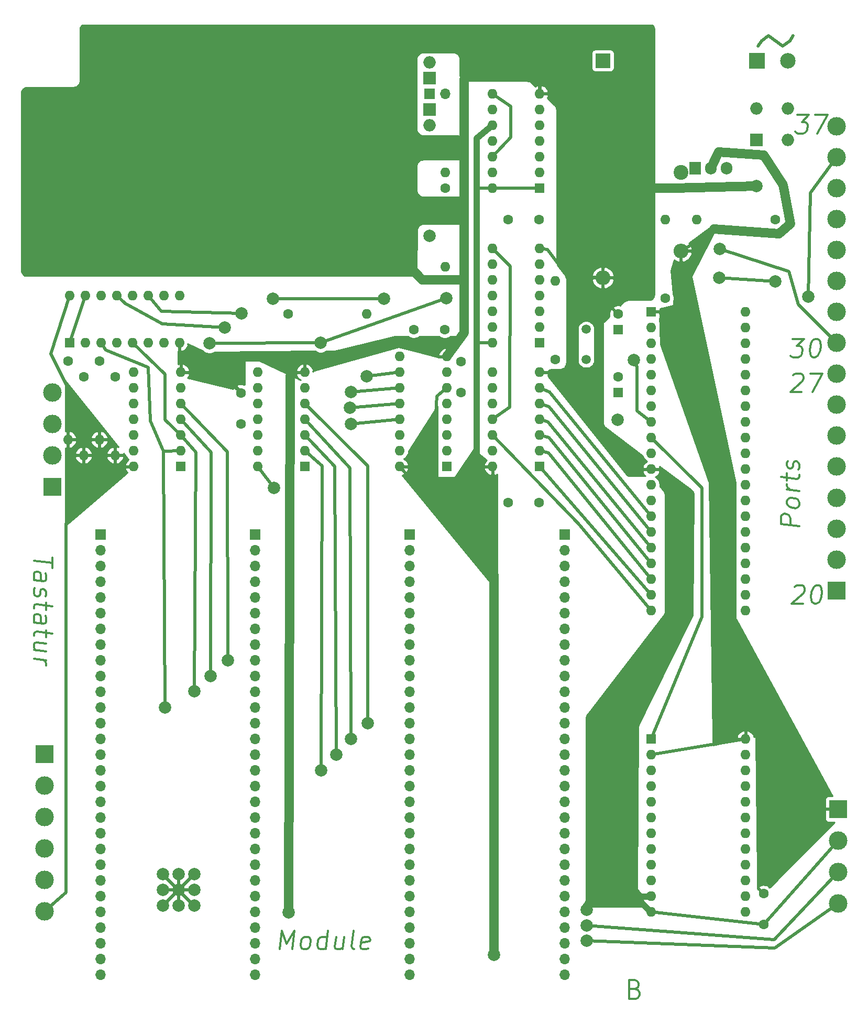
<source format=gbr>
%TF.GenerationSoftware,KiCad,Pcbnew,5.1.10*%
%TF.CreationDate,2021-11-29T06:36:29+01:00*%
%TF.ProjectId,Tiny2k,54696e79-326b-42e6-9b69-6361645f7063,rev?*%
%TF.SameCoordinates,Original*%
%TF.FileFunction,Copper,L1,Top*%
%TF.FilePolarity,Positive*%
%FSLAX46Y46*%
G04 Gerber Fmt 4.6, Leading zero omitted, Abs format (unit mm)*
G04 Created by KiCad (PCBNEW 5.1.10) date 2021-11-29 06:36:29*
%MOMM*%
%LPD*%
G01*
G04 APERTURE LIST*
%TA.AperFunction,NonConductor*%
%ADD10C,0.500000*%
%TD*%
%TA.AperFunction,NonConductor*%
%ADD11C,0.300000*%
%TD*%
%TA.AperFunction,ComponentPad*%
%ADD12O,2.400000X2.400000*%
%TD*%
%TA.AperFunction,ComponentPad*%
%ADD13R,2.400000X2.400000*%
%TD*%
%TA.AperFunction,SMDPad,CuDef*%
%ADD14C,0.100000*%
%TD*%
%TA.AperFunction,SMDPad,CuDef*%
%ADD15R,5.080000X0.500000*%
%TD*%
%TA.AperFunction,SMDPad,CuDef*%
%ADD16R,0.500000X5.080000*%
%TD*%
%TA.AperFunction,SMDPad,CuDef*%
%ADD17C,2.000000*%
%TD*%
%TA.AperFunction,ComponentPad*%
%ADD18O,1.905000X2.000000*%
%TD*%
%TA.AperFunction,ComponentPad*%
%ADD19R,1.905000X2.000000*%
%TD*%
%TA.AperFunction,ComponentPad*%
%ADD20C,2.000000*%
%TD*%
%TA.AperFunction,ComponentPad*%
%ADD21C,3.000000*%
%TD*%
%TA.AperFunction,ComponentPad*%
%ADD22R,3.000000X3.000000*%
%TD*%
%TA.AperFunction,ComponentPad*%
%ADD23O,1.600000X1.600000*%
%TD*%
%TA.AperFunction,ComponentPad*%
%ADD24C,1.600000*%
%TD*%
%TA.AperFunction,ComponentPad*%
%ADD25C,2.400000*%
%TD*%
%TA.AperFunction,ComponentPad*%
%ADD26O,2.000000X2.000000*%
%TD*%
%TA.AperFunction,ComponentPad*%
%ADD27R,2.000000X2.000000*%
%TD*%
%TA.AperFunction,ComponentPad*%
%ADD28R,1.600000X1.600000*%
%TD*%
%TA.AperFunction,ComponentPad*%
%ADD29O,1.700000X1.700000*%
%TD*%
%TA.AperFunction,ComponentPad*%
%ADD30R,1.700000X1.700000*%
%TD*%
%TA.AperFunction,ComponentPad*%
%ADD31C,2.500000*%
%TD*%
%TA.AperFunction,ComponentPad*%
%ADD32R,2.500000X2.500000*%
%TD*%
%TA.AperFunction,ComponentPad*%
%ADD33C,1.500000*%
%TD*%
%TA.AperFunction,ViaPad*%
%ADD34C,2.000000*%
%TD*%
%TA.AperFunction,Conductor*%
%ADD35C,0.500000*%
%TD*%
%TA.AperFunction,Conductor*%
%ADD36C,1.500000*%
%TD*%
%TA.AperFunction,Conductor*%
%ADD37C,1.000000*%
%TD*%
%TA.AperFunction,Conductor*%
%ADD38C,0.254000*%
%TD*%
%TA.AperFunction,Conductor*%
%ADD39C,0.100000*%
%TD*%
G04 APERTURE END LIST*
D10*
X143257142Y-24085714D02*
X143828571Y-23228571D01*
X144971428Y-22371428D01*
X147257142Y-24085714D01*
X148400000Y-23228571D01*
X148971428Y-22371428D01*
D11*
X149658660Y-35157142D02*
X151515803Y-35157142D01*
X150372946Y-36300000D01*
X150801517Y-36300000D01*
X151069375Y-36442857D01*
X151194375Y-36585714D01*
X151301517Y-36871428D01*
X151212232Y-37585714D01*
X151033660Y-37871428D01*
X150872946Y-38014285D01*
X150569375Y-38157142D01*
X149712232Y-38157142D01*
X149444375Y-38014285D01*
X149319375Y-37871428D01*
X152515803Y-35157142D02*
X154515803Y-35157142D01*
X152855089Y-38157142D01*
X148858660Y-71357142D02*
X150715803Y-71357142D01*
X149572946Y-72500000D01*
X150001517Y-72500000D01*
X150269375Y-72642857D01*
X150394375Y-72785714D01*
X150501517Y-73071428D01*
X150412232Y-73785714D01*
X150233660Y-74071428D01*
X150072946Y-74214285D01*
X149769375Y-74357142D01*
X148912232Y-74357142D01*
X148644375Y-74214285D01*
X148519375Y-74071428D01*
X152572946Y-71357142D02*
X152858660Y-71357142D01*
X153126517Y-71500000D01*
X153251517Y-71642857D01*
X153358660Y-71928571D01*
X153430089Y-72500000D01*
X153340803Y-73214285D01*
X153126517Y-73785714D01*
X152947946Y-74071428D01*
X152787232Y-74214285D01*
X152483660Y-74357142D01*
X152197946Y-74357142D01*
X151930089Y-74214285D01*
X151805089Y-74071428D01*
X151697946Y-73785714D01*
X151626517Y-73214285D01*
X151715803Y-72500000D01*
X151930089Y-71928571D01*
X152108660Y-71642857D01*
X152269375Y-71500000D01*
X152572946Y-71357142D01*
X148965803Y-77242857D02*
X149126517Y-77100000D01*
X149430089Y-76957142D01*
X150144375Y-76957142D01*
X150412232Y-77100000D01*
X150537232Y-77242857D01*
X150644375Y-77528571D01*
X150608660Y-77814285D01*
X150412232Y-78242857D01*
X148483660Y-79957142D01*
X150340803Y-79957142D01*
X151715803Y-76957142D02*
X153715803Y-76957142D01*
X152055089Y-79957142D01*
X149165803Y-111442857D02*
X149326517Y-111300000D01*
X149630089Y-111157142D01*
X150344375Y-111157142D01*
X150612232Y-111300000D01*
X150737232Y-111442857D01*
X150844375Y-111728571D01*
X150808660Y-112014285D01*
X150612232Y-112442857D01*
X148683660Y-114157142D01*
X150540803Y-114157142D01*
X152772946Y-111157142D02*
X153058660Y-111157142D01*
X153326517Y-111300000D01*
X153451517Y-111442857D01*
X153558660Y-111728571D01*
X153630089Y-112300000D01*
X153540803Y-113014285D01*
X153326517Y-113585714D01*
X153147946Y-113871428D01*
X152987232Y-114014285D01*
X152683660Y-114157142D01*
X152397946Y-114157142D01*
X152130089Y-114014285D01*
X152005089Y-113871428D01*
X151897946Y-113585714D01*
X151826517Y-113014285D01*
X151915803Y-112300000D01*
X152130089Y-111728571D01*
X152308660Y-111442857D01*
X152469375Y-111300000D01*
X152772946Y-111157142D01*
X149957142Y-101630625D02*
X146957142Y-101255625D01*
X146957142Y-100112767D01*
X147100000Y-99844910D01*
X147242857Y-99719910D01*
X147528571Y-99612767D01*
X147957142Y-99666339D01*
X148242857Y-99844910D01*
X148385714Y-100005625D01*
X148528571Y-100309196D01*
X148528571Y-101452053D01*
X149957142Y-98202053D02*
X149814285Y-98469910D01*
X149671428Y-98594910D01*
X149385714Y-98702053D01*
X148528571Y-98594910D01*
X148242857Y-98416339D01*
X148100000Y-98255625D01*
X147957142Y-97952053D01*
X147957142Y-97523482D01*
X148100000Y-97255625D01*
X148242857Y-97130625D01*
X148528571Y-97023482D01*
X149385714Y-97130625D01*
X149671428Y-97309196D01*
X149814285Y-97469910D01*
X149957142Y-97773482D01*
X149957142Y-98202053D01*
X149957142Y-95916339D02*
X147957142Y-95666339D01*
X148528571Y-95737767D02*
X148242857Y-95559196D01*
X148100000Y-95398482D01*
X147957142Y-95094910D01*
X147957142Y-94809196D01*
X147957142Y-94237767D02*
X147957142Y-93094910D01*
X146957142Y-93684196D02*
X149528571Y-94005625D01*
X149814285Y-93898482D01*
X149957142Y-93630625D01*
X149957142Y-93344910D01*
X149814285Y-92469910D02*
X149957142Y-92202053D01*
X149957142Y-91630625D01*
X149814285Y-91327053D01*
X149528571Y-91148482D01*
X149385714Y-91130625D01*
X149100000Y-91237767D01*
X148957142Y-91505625D01*
X148957142Y-91934196D01*
X148814285Y-92202053D01*
X148528571Y-92309196D01*
X148385714Y-92291339D01*
X148100000Y-92112767D01*
X147957142Y-91809196D01*
X147957142Y-91380625D01*
X148100000Y-91112767D01*
X123414285Y-176385714D02*
X123842857Y-176528571D01*
X123985714Y-176671428D01*
X124128571Y-176957142D01*
X124128571Y-177385714D01*
X123985714Y-177671428D01*
X123842857Y-177814285D01*
X123557142Y-177957142D01*
X122414285Y-177957142D01*
X122414285Y-174957142D01*
X123414285Y-174957142D01*
X123700000Y-175100000D01*
X123842857Y-175242857D01*
X123985714Y-175528571D01*
X123985714Y-175814285D01*
X123842857Y-176100000D01*
X123700000Y-176242857D01*
X123414285Y-176385714D01*
X122414285Y-176385714D01*
X65969375Y-169957142D02*
X66344375Y-166957142D01*
X67076517Y-169100000D01*
X68344375Y-166957142D01*
X67969375Y-169957142D01*
X69826517Y-169957142D02*
X69558660Y-169814285D01*
X69433660Y-169671428D01*
X69326517Y-169385714D01*
X69433660Y-168528571D01*
X69612232Y-168242857D01*
X69772946Y-168100000D01*
X70076517Y-167957142D01*
X70505089Y-167957142D01*
X70772946Y-168100000D01*
X70897946Y-168242857D01*
X71005089Y-168528571D01*
X70897946Y-169385714D01*
X70719375Y-169671428D01*
X70558660Y-169814285D01*
X70255089Y-169957142D01*
X69826517Y-169957142D01*
X73397946Y-169957142D02*
X73772946Y-166957142D01*
X73415803Y-169814285D02*
X73112232Y-169957142D01*
X72540803Y-169957142D01*
X72272946Y-169814285D01*
X72147946Y-169671428D01*
X72040803Y-169385714D01*
X72147946Y-168528571D01*
X72326517Y-168242857D01*
X72487232Y-168100000D01*
X72790803Y-167957142D01*
X73362232Y-167957142D01*
X73630089Y-168100000D01*
X76362232Y-167957142D02*
X76112232Y-169957142D01*
X75076517Y-167957142D02*
X74880089Y-169528571D01*
X74987232Y-169814285D01*
X75255089Y-169957142D01*
X75683660Y-169957142D01*
X75987232Y-169814285D01*
X76147946Y-169671428D01*
X77969375Y-169957142D02*
X77701517Y-169814285D01*
X77594375Y-169528571D01*
X77915803Y-166957142D01*
X80272946Y-169814285D02*
X79969375Y-169957142D01*
X79397946Y-169957142D01*
X79130089Y-169814285D01*
X79022946Y-169528571D01*
X79165803Y-168385714D01*
X79344375Y-168100000D01*
X79647946Y-167957142D01*
X80219375Y-167957142D01*
X80487232Y-168100000D01*
X80594375Y-168385714D01*
X80558660Y-168671428D01*
X79094375Y-168957142D01*
X29242857Y-106701517D02*
X29242857Y-108415803D01*
X26242857Y-107183660D02*
X29242857Y-107558660D01*
X26242857Y-110326517D02*
X27814285Y-110522946D01*
X28100000Y-110415803D01*
X28242857Y-110147946D01*
X28242857Y-109576517D01*
X28100000Y-109272946D01*
X26385714Y-110344375D02*
X26242857Y-110040803D01*
X26242857Y-109326517D01*
X26385714Y-109058660D01*
X26671428Y-108951517D01*
X26957142Y-108987232D01*
X27242857Y-109165803D01*
X27385714Y-109469375D01*
X27385714Y-110183660D01*
X27528571Y-110487232D01*
X26385714Y-111630089D02*
X26242857Y-111897946D01*
X26242857Y-112469375D01*
X26385714Y-112772946D01*
X26671428Y-112951517D01*
X26814285Y-112969375D01*
X27100000Y-112862232D01*
X27242857Y-112594375D01*
X27242857Y-112165803D01*
X27385714Y-111897946D01*
X27671428Y-111790803D01*
X27814285Y-111808660D01*
X28100000Y-111987232D01*
X28242857Y-112290803D01*
X28242857Y-112719375D01*
X28100000Y-112987232D01*
X28242857Y-114005089D02*
X28242857Y-115147946D01*
X29242857Y-114558660D02*
X26671428Y-114237232D01*
X26385714Y-114344375D01*
X26242857Y-114612232D01*
X26242857Y-114897946D01*
X26242857Y-117183660D02*
X27814285Y-117380089D01*
X28100000Y-117272946D01*
X28242857Y-117005089D01*
X28242857Y-116433660D01*
X28100000Y-116130089D01*
X26385714Y-117201517D02*
X26242857Y-116897946D01*
X26242857Y-116183660D01*
X26385714Y-115915803D01*
X26671428Y-115808660D01*
X26957142Y-115844375D01*
X27242857Y-116022946D01*
X27385714Y-116326517D01*
X27385714Y-117040803D01*
X27528571Y-117344375D01*
X28242857Y-118433660D02*
X28242857Y-119576517D01*
X29242857Y-118987232D02*
X26671428Y-118665803D01*
X26385714Y-118772946D01*
X26242857Y-119040803D01*
X26242857Y-119326517D01*
X28242857Y-121862232D02*
X26242857Y-121612232D01*
X28242857Y-120576517D02*
X26671428Y-120380089D01*
X26385714Y-120487232D01*
X26242857Y-120755089D01*
X26242857Y-121183660D01*
X26385714Y-121487232D01*
X26528571Y-121647946D01*
X26242857Y-123040803D02*
X28242857Y-123290803D01*
X27671428Y-123219375D02*
X27957142Y-123397946D01*
X28100000Y-123558660D01*
X28242857Y-123862232D01*
X28242857Y-124147946D01*
D12*
%TO.P,C5,2*%
%TO.N,GND*%
X118200000Y-61480000D03*
D13*
%TO.P,C5,1*%
%TO.N,Net-(C5-Pad1)*%
X118200000Y-26400000D03*
%TD*%
%TA.AperFunction,SMDPad,CuDef*%
D14*
%TO.P,REF\u002A\u002A,2*%
%TO.N,N/C*%
G36*
X52251650Y-158101903D02*
G01*
X47301903Y-163051650D01*
X46948350Y-162698097D01*
X51898097Y-157748350D01*
X52251650Y-158101903D01*
G37*
%TD.AperFunction*%
%TA.AperFunction,SMDPad,CuDef*%
G36*
X51898097Y-163051650D02*
G01*
X46948350Y-158101903D01*
X47301903Y-157748350D01*
X52251650Y-162698097D01*
X51898097Y-163051650D01*
G37*
%TD.AperFunction*%
D15*
X49600000Y-160400000D03*
D16*
X49600000Y-160400000D03*
D17*
%TO.P,REF\u002A\u002A,1*%
X47060000Y-160400000D03*
X47060000Y-162940000D03*
X49600000Y-162940000D03*
X52140000Y-162940000D03*
X52140000Y-160400000D03*
X52140000Y-157860000D03*
X49600000Y-157860000D03*
X47060000Y-157860000D03*
X49600000Y-160400000D03*
%TD*%
D18*
%TO.P,U14,3*%
%TO.N,Net-(C5-Pad1)*%
X138180000Y-43800000D03*
%TO.P,U14,2*%
%TO.N,+5P*%
X135640000Y-43800000D03*
D19*
%TO.P,U14,1*%
%TO.N,Net-(R1-Pad1)*%
X133100000Y-43800000D03*
%TD*%
D20*
%TO.P,TP1,1*%
%TO.N,~RESET*%
X120600000Y-84400000D03*
%TD*%
D21*
%TO.P,X72,6*%
%TO.N,+5P*%
X27940000Y-163830000D03*
%TO.P,X72,5*%
%TO.N,GND*%
X27940000Y-158750000D03*
%TO.P,X72,4*%
%TO.N,/Hauptplatine/A3*%
X27940000Y-153670000D03*
D22*
%TO.P,X72,1*%
%TO.N,/Hauptplatine/A0*%
X27940000Y-138430000D03*
D21*
%TO.P,X72,3*%
%TO.N,/Hauptplatine/A2*%
X27940000Y-148590000D03*
%TO.P,X72,2*%
%TO.N,/Hauptplatine/A1*%
X27940000Y-143510000D03*
%TD*%
%TO.P,X71,4*%
%TO.N,/Hauptplatine/S3*%
X29210000Y-80010000D03*
D22*
%TO.P,X71,1*%
%TO.N,/Hauptplatine/S0*%
X29210000Y-95250000D03*
D21*
%TO.P,X71,3*%
%TO.N,/Hauptplatine/S2*%
X29210000Y-85090000D03*
%TO.P,X71,2*%
%TO.N,/Hauptplatine/S1*%
X29210000Y-90170000D03*
%TD*%
%TO.P,X9,4*%
%TO.N,U2*%
X156210000Y-162560000D03*
D22*
%TO.P,X9,1*%
%TO.N,+5P*%
X156210000Y-147320000D03*
D21*
%TO.P,X9,3*%
%TO.N,U1*%
X156210000Y-157480000D03*
%TO.P,X9,2*%
%TO.N,GND*%
X156210000Y-152400000D03*
%TD*%
D23*
%TO.P,R4,2*%
%TO.N,+5P*%
X133350000Y-52070000D03*
D24*
%TO.P,R4,1*%
%TO.N,Net-(D1-Pad2)*%
X146050000Y-52070000D03*
%TD*%
D23*
%TO.P,R3,2*%
%TO.N,Net-(R3-Pad2)*%
X110490000Y-62000000D03*
D24*
%TO.P,R3,1*%
%TO.N,Net-(Q1-Pad1)*%
X110490000Y-74700000D03*
%TD*%
D23*
%TO.P,R6,2*%
%TO.N,FF_SYNC*%
X92710000Y-44450000D03*
D24*
%TO.P,R6,1*%
%TO.N,GND*%
X92710000Y-31750000D03*
%TD*%
D23*
%TO.P,R5,2*%
%TO.N,+5P*%
X92710000Y-59690000D03*
D24*
%TO.P,R5,1*%
%TO.N,FF_SYNC*%
X92710000Y-46990000D03*
%TD*%
D23*
%TO.P,R2,2*%
%TO.N,Net-(R1-Pad1)*%
X128270000Y-52070000D03*
D24*
%TO.P,R2,1*%
%TO.N,GND*%
X128270000Y-64770000D03*
%TD*%
D12*
%TO.P,R1,2*%
%TO.N,+5P*%
X130810000Y-57150000D03*
D25*
%TO.P,R1,1*%
%TO.N,Net-(R1-Pad1)*%
X130810000Y-44450000D03*
%TD*%
D26*
%TO.P,D2,2*%
%TO.N,Net-(D2-Pad2)*%
X90170000Y-36830000D03*
D27*
%TO.P,D2,1*%
%TO.N,BAS*%
X90170000Y-34290000D03*
%TD*%
D26*
%TO.P,D1,2*%
%TO.N,Net-(D1-Pad2)*%
X90170000Y-26670000D03*
D27*
%TO.P,D1,1*%
%TO.N,BAS*%
X90170000Y-29210000D03*
%TD*%
D23*
%TO.P,R7,2*%
%TO.N,Net-(D2-Pad2)*%
X80010000Y-67310000D03*
D24*
%TO.P,R7,1*%
%TO.N,Net-(R7-Pad1)*%
X67310000Y-67310000D03*
%TD*%
D23*
%TO.P,R11,2*%
%TO.N,+5P*%
X39370000Y-90170000D03*
D24*
%TO.P,R11,1*%
%TO.N,/Hauptplatine/S1*%
X39370000Y-77470000D03*
%TD*%
D23*
%TO.P,R10,2*%
%TO.N,+5P*%
X31750000Y-87630000D03*
D24*
%TO.P,R10,1*%
%TO.N,/Hauptplatine/S2*%
X31750000Y-74930000D03*
%TD*%
D23*
%TO.P,R9,2*%
%TO.N,+5P*%
X34290000Y-90170000D03*
D24*
%TO.P,R9,1*%
%TO.N,/Hauptplatine/S3*%
X34290000Y-77470000D03*
%TD*%
D23*
%TO.P,R8,2*%
%TO.N,+5P*%
X36830000Y-87630000D03*
D24*
%TO.P,R8,1*%
%TO.N,/Hauptplatine/S0*%
X36830000Y-74930000D03*
%TD*%
D23*
%TO.P,U11,14*%
%TO.N,+5P*%
X100380000Y-47000000D03*
%TO.P,U11,7*%
%TO.N,GND*%
X108000000Y-31760000D03*
%TO.P,U11,13*%
%TO.N,FF_SYNC*%
X100380000Y-44460000D03*
%TO.P,U11,6*%
%TO.N,Net-(U11-Pad11)*%
X108000000Y-34300000D03*
%TO.P,U11,12*%
%TO.N,Net-(U11-Pad12)*%
X100380000Y-41920000D03*
%TO.P,U11,5*%
%TO.N,Net-(U11-Pad5)*%
X108000000Y-36840000D03*
%TO.P,U11,11*%
%TO.N,Net-(U11-Pad11)*%
X100380000Y-39380000D03*
%TO.P,U11,4*%
%TO.N,FF_SYNC*%
X108000000Y-39380000D03*
%TO.P,U11,10*%
%TO.N,+5P*%
X100380000Y-36840000D03*
%TO.P,U11,3*%
%TO.N,TAKT*%
X108000000Y-41920000D03*
%TO.P,U11,9*%
%TO.N,Net-(U11-Pad9)*%
X100380000Y-34300000D03*
%TO.P,U11,2*%
%TO.N,Net-(U11-Pad11)*%
X108000000Y-44460000D03*
%TO.P,U11,8*%
%TO.N,Net-(U11-Pad12)*%
X100380000Y-31760000D03*
D28*
%TO.P,U11,1*%
%TO.N,+5P*%
X108000000Y-47000000D03*
%TD*%
D27*
%TO.P,D3,1*%
%TO.N,GND*%
X143000000Y-39200000D03*
D26*
%TO.P,D3,3*%
%TO.N,Net-(C5-Pad1)*%
X148080000Y-34120000D03*
%TO.P,D3,2*%
%TO.N,Net-(D3-Pad2)*%
X148080000Y-39200000D03*
%TO.P,D3,4*%
%TO.N,Net-(D3-Pad4)*%
X143000000Y-34120000D03*
%TD*%
D29*
%TO.P,X8,2*%
%TO.N,GND*%
X92710000Y-31750000D03*
D30*
%TO.P,X8,1*%
%TO.N,BAS*%
X90170000Y-31750000D03*
%TD*%
D29*
%TO.P,X6,29*%
%TO.N,P34*%
X37000000Y-174120000D03*
%TO.P,X6,28*%
%TO.N,+5P*%
X37000000Y-171580000D03*
%TO.P,X6,27*%
%TO.N,U2*%
X37000000Y-169040000D03*
%TO.P,X6,26*%
%TO.N,U1*%
X37000000Y-166500000D03*
%TO.P,X6,25*%
%TO.N,GND*%
X37000000Y-163960000D03*
%TO.P,X6,24*%
%TO.N,/Hauptplatine/A7*%
X37000000Y-161420000D03*
%TO.P,X6,23*%
%TO.N,/Hauptplatine/A6*%
X37000000Y-158880000D03*
%TO.P,X6,22*%
%TO.N,/Hauptplatine/A5*%
X37000000Y-156340000D03*
%TO.P,X6,21*%
%TO.N,/Hauptplatine/A4*%
X37000000Y-153800000D03*
%TO.P,X6,20*%
%TO.N,/Hauptplatine/A3*%
X37000000Y-151260000D03*
%TO.P,X6,19*%
%TO.N,/Hauptplatine/A2*%
X37000000Y-148720000D03*
%TO.P,X6,18*%
%TO.N,/Hauptplatine/A1*%
X37000000Y-146180000D03*
%TO.P,X6,17*%
%TO.N,/Hauptplatine/A0*%
X37000000Y-143640000D03*
%TO.P,X6,16*%
%TO.N,/Hauptplatine/D0*%
X37000000Y-141100000D03*
%TO.P,X6,15*%
%TO.N,/Hauptplatine/D1*%
X37000000Y-138560000D03*
%TO.P,X6,14*%
%TO.N,/Hauptplatine/D2*%
X37000000Y-136020000D03*
%TO.P,X6,13*%
%TO.N,/Hauptplatine/D3*%
X37000000Y-133480000D03*
%TO.P,X6,12*%
%TO.N,/Hauptplatine/D4*%
X37000000Y-130940000D03*
%TO.P,X6,11*%
%TO.N,/Hauptplatine/D5*%
X37000000Y-128400000D03*
%TO.P,X6,10*%
%TO.N,/Hauptplatine/D6*%
X37000000Y-125860000D03*
%TO.P,X6,9*%
%TO.N,/Hauptplatine/D7*%
X37000000Y-123320000D03*
%TO.P,X6,8*%
%TO.N,/Hauptplatine/A12*%
X37000000Y-120780000D03*
%TO.P,X6,7*%
%TO.N,/Hauptplatine/A11*%
X37000000Y-118240000D03*
%TO.P,X6,6*%
%TO.N,/Hauptplatine/A10*%
X37000000Y-115700000D03*
%TO.P,X6,5*%
%TO.N,/Hauptplatine/A9*%
X37000000Y-113160000D03*
%TO.P,X6,4*%
%TO.N,/Hauptplatine/A8*%
X37000000Y-110620000D03*
%TO.P,X6,3*%
%TO.N,R~W*%
X37000000Y-108080000D03*
%TO.P,X6,2*%
%TO.N,~CS3*%
X37000000Y-105540000D03*
D30*
%TO.P,X6,1*%
%TO.N,~CS4*%
X37000000Y-103000000D03*
%TD*%
D29*
%TO.P,X5,29*%
%TO.N,P34*%
X62000000Y-174120000D03*
%TO.P,X5,28*%
%TO.N,+5P*%
X62000000Y-171580000D03*
%TO.P,X5,27*%
%TO.N,U2*%
X62000000Y-169040000D03*
%TO.P,X5,26*%
%TO.N,U1*%
X62000000Y-166500000D03*
%TO.P,X5,25*%
%TO.N,GND*%
X62000000Y-163960000D03*
%TO.P,X5,24*%
%TO.N,/Hauptplatine/A7*%
X62000000Y-161420000D03*
%TO.P,X5,23*%
%TO.N,/Hauptplatine/A6*%
X62000000Y-158880000D03*
%TO.P,X5,22*%
%TO.N,/Hauptplatine/A5*%
X62000000Y-156340000D03*
%TO.P,X5,21*%
%TO.N,/Hauptplatine/A4*%
X62000000Y-153800000D03*
%TO.P,X5,20*%
%TO.N,/Hauptplatine/A3*%
X62000000Y-151260000D03*
%TO.P,X5,19*%
%TO.N,/Hauptplatine/A2*%
X62000000Y-148720000D03*
%TO.P,X5,18*%
%TO.N,/Hauptplatine/A1*%
X62000000Y-146180000D03*
%TO.P,X5,17*%
%TO.N,/Hauptplatine/A0*%
X62000000Y-143640000D03*
%TO.P,X5,16*%
%TO.N,/Hauptplatine/D0*%
X62000000Y-141100000D03*
%TO.P,X5,15*%
%TO.N,/Hauptplatine/D1*%
X62000000Y-138560000D03*
%TO.P,X5,14*%
%TO.N,/Hauptplatine/D2*%
X62000000Y-136020000D03*
%TO.P,X5,13*%
%TO.N,/Hauptplatine/D3*%
X62000000Y-133480000D03*
%TO.P,X5,12*%
%TO.N,/Hauptplatine/D4*%
X62000000Y-130940000D03*
%TO.P,X5,11*%
%TO.N,/Hauptplatine/D5*%
X62000000Y-128400000D03*
%TO.P,X5,10*%
%TO.N,/Hauptplatine/D6*%
X62000000Y-125860000D03*
%TO.P,X5,9*%
%TO.N,/Hauptplatine/D7*%
X62000000Y-123320000D03*
%TO.P,X5,8*%
%TO.N,/Hauptplatine/A12*%
X62000000Y-120780000D03*
%TO.P,X5,7*%
%TO.N,/Hauptplatine/A11*%
X62000000Y-118240000D03*
%TO.P,X5,6*%
%TO.N,/Hauptplatine/A10*%
X62000000Y-115700000D03*
%TO.P,X5,5*%
%TO.N,/Hauptplatine/A9*%
X62000000Y-113160000D03*
%TO.P,X5,4*%
%TO.N,/Hauptplatine/A8*%
X62000000Y-110620000D03*
%TO.P,X5,3*%
%TO.N,R~W*%
X62000000Y-108080000D03*
%TO.P,X5,2*%
%TO.N,~CS2*%
X62000000Y-105540000D03*
D30*
%TO.P,X5,1*%
%TO.N,~CS5*%
X62000000Y-103000000D03*
%TD*%
D29*
%TO.P,X4,29*%
%TO.N,P34*%
X87000000Y-174120000D03*
%TO.P,X4,28*%
%TO.N,+5P*%
X87000000Y-171580000D03*
%TO.P,X4,27*%
%TO.N,U2*%
X87000000Y-169040000D03*
%TO.P,X4,26*%
%TO.N,U1*%
X87000000Y-166500000D03*
%TO.P,X4,25*%
%TO.N,GND*%
X87000000Y-163960000D03*
%TO.P,X4,24*%
%TO.N,/Hauptplatine/A7*%
X87000000Y-161420000D03*
%TO.P,X4,23*%
%TO.N,/Hauptplatine/A6*%
X87000000Y-158880000D03*
%TO.P,X4,22*%
%TO.N,/Hauptplatine/A5*%
X87000000Y-156340000D03*
%TO.P,X4,21*%
%TO.N,/Hauptplatine/A4*%
X87000000Y-153800000D03*
%TO.P,X4,20*%
%TO.N,/Hauptplatine/A3*%
X87000000Y-151260000D03*
%TO.P,X4,19*%
%TO.N,/Hauptplatine/A2*%
X87000000Y-148720000D03*
%TO.P,X4,18*%
%TO.N,/Hauptplatine/A1*%
X87000000Y-146180000D03*
%TO.P,X4,17*%
%TO.N,/Hauptplatine/A0*%
X87000000Y-143640000D03*
%TO.P,X4,16*%
%TO.N,/Hauptplatine/D0*%
X87000000Y-141100000D03*
%TO.P,X4,15*%
%TO.N,/Hauptplatine/D1*%
X87000000Y-138560000D03*
%TO.P,X4,14*%
%TO.N,/Hauptplatine/D2*%
X87000000Y-136020000D03*
%TO.P,X4,13*%
%TO.N,/Hauptplatine/D3*%
X87000000Y-133480000D03*
%TO.P,X4,12*%
%TO.N,/Hauptplatine/D4*%
X87000000Y-130940000D03*
%TO.P,X4,11*%
%TO.N,/Hauptplatine/D5*%
X87000000Y-128400000D03*
%TO.P,X4,10*%
%TO.N,/Hauptplatine/D6*%
X87000000Y-125860000D03*
%TO.P,X4,9*%
%TO.N,/Hauptplatine/D7*%
X87000000Y-123320000D03*
%TO.P,X4,8*%
%TO.N,/Hauptplatine/A12*%
X87000000Y-120780000D03*
%TO.P,X4,7*%
%TO.N,/Hauptplatine/A11*%
X87000000Y-118240000D03*
%TO.P,X4,6*%
%TO.N,/Hauptplatine/A10*%
X87000000Y-115700000D03*
%TO.P,X4,5*%
%TO.N,/Hauptplatine/A9*%
X87000000Y-113160000D03*
%TO.P,X4,4*%
%TO.N,/Hauptplatine/A8*%
X87000000Y-110620000D03*
%TO.P,X4,3*%
%TO.N,R~W*%
X87000000Y-108080000D03*
%TO.P,X4,2*%
%TO.N,~CS1*%
X87000000Y-105540000D03*
D30*
%TO.P,X4,1*%
%TO.N,~CS6*%
X87000000Y-103000000D03*
%TD*%
D29*
%TO.P,X3,29*%
%TO.N,P34*%
X112000000Y-174120000D03*
%TO.P,X3,28*%
%TO.N,+5P*%
X112000000Y-171580000D03*
%TO.P,X3,27*%
%TO.N,U2*%
X112000000Y-169040000D03*
%TO.P,X3,26*%
%TO.N,U1*%
X112000000Y-166500000D03*
%TO.P,X3,25*%
%TO.N,GND*%
X112000000Y-163960000D03*
%TO.P,X3,24*%
%TO.N,/Hauptplatine/A7*%
X112000000Y-161420000D03*
%TO.P,X3,23*%
%TO.N,/Hauptplatine/A6*%
X112000000Y-158880000D03*
%TO.P,X3,22*%
%TO.N,/Hauptplatine/A5*%
X112000000Y-156340000D03*
%TO.P,X3,21*%
%TO.N,/Hauptplatine/A4*%
X112000000Y-153800000D03*
%TO.P,X3,20*%
%TO.N,/Hauptplatine/A3*%
X112000000Y-151260000D03*
%TO.P,X3,19*%
%TO.N,/Hauptplatine/A2*%
X112000000Y-148720000D03*
%TO.P,X3,18*%
%TO.N,/Hauptplatine/A1*%
X112000000Y-146180000D03*
%TO.P,X3,17*%
%TO.N,/Hauptplatine/A0*%
X112000000Y-143640000D03*
%TO.P,X3,16*%
%TO.N,/Hauptplatine/D0*%
X112000000Y-141100000D03*
%TO.P,X3,15*%
%TO.N,/Hauptplatine/D1*%
X112000000Y-138560000D03*
%TO.P,X3,14*%
%TO.N,/Hauptplatine/D2*%
X112000000Y-136020000D03*
%TO.P,X3,13*%
%TO.N,/Hauptplatine/D3*%
X112000000Y-133480000D03*
%TO.P,X3,12*%
%TO.N,/Hauptplatine/D4*%
X112000000Y-130940000D03*
%TO.P,X3,11*%
%TO.N,/Hauptplatine/D5*%
X112000000Y-128400000D03*
%TO.P,X3,10*%
%TO.N,/Hauptplatine/D6*%
X112000000Y-125860000D03*
%TO.P,X3,9*%
%TO.N,/Hauptplatine/D7*%
X112000000Y-123320000D03*
%TO.P,X3,8*%
%TO.N,/Hauptplatine/A12*%
X112000000Y-120780000D03*
%TO.P,X3,7*%
%TO.N,/Hauptplatine/A11*%
X112000000Y-118240000D03*
%TO.P,X3,6*%
%TO.N,/Hauptplatine/A10*%
X112000000Y-115700000D03*
%TO.P,X3,5*%
%TO.N,/Hauptplatine/A9*%
X112000000Y-113160000D03*
%TO.P,X3,4*%
%TO.N,/Hauptplatine/A8*%
X112000000Y-110620000D03*
%TO.P,X3,3*%
%TO.N,R~W*%
X112000000Y-108080000D03*
%TO.P,X3,2*%
%TO.N,~CS0*%
X112000000Y-105540000D03*
D30*
%TO.P,X3,1*%
%TO.N,~CS7*%
X112000000Y-103000000D03*
%TD*%
D21*
%TO.P,X2,16*%
%TO.N,Net-(D1-Pad2)*%
X156000000Y-37000000D03*
%TO.P,X2,15*%
%TO.N,Net-(U1-Pad40)*%
X156000000Y-42000000D03*
%TO.P,X2,14*%
%TO.N,Net-(U1-Pad10)*%
X156000000Y-47000000D03*
%TO.P,X2,13*%
%TO.N,P34*%
X156000000Y-52000000D03*
%TO.P,X2,12*%
%TO.N,Net-(U1-Pad30)*%
X156000000Y-57000000D03*
%TO.P,X2,11*%
%TO.N,Net-(U1-Pad12)*%
X156000000Y-62000000D03*
%TO.P,X2,10*%
%TO.N,Net-(U1-Pad39)*%
X156000000Y-67000000D03*
%TO.P,X2,9*%
%TO.N,Net-(U1-Pad5)*%
X156000000Y-72000000D03*
%TO.P,X2,8*%
%TO.N,Net-(U1-Pad38)*%
X156000000Y-77000000D03*
%TO.P,X2,7*%
%TO.N,Net-(U1-Pad37)*%
X156000000Y-82000000D03*
%TO.P,X2,6*%
%TO.N,Net-(U1-Pad36)*%
X156000000Y-87000000D03*
%TO.P,X2,5*%
%TO.N,Net-(U1-Pad35)*%
X156000000Y-92000000D03*
%TO.P,X2,4*%
%TO.N,Net-(U1-Pad34)*%
X156000000Y-97000000D03*
%TO.P,X2,3*%
%TO.N,Net-(U1-Pad33)*%
X156000000Y-102000000D03*
%TO.P,X2,2*%
%TO.N,Net-(U1-Pad32)*%
X156000000Y-107000000D03*
D22*
%TO.P,X2,1*%
%TO.N,Net-(U1-Pad31)*%
X156000000Y-112000000D03*
%TD*%
D31*
%TO.P,X1,2*%
%TO.N,Net-(D3-Pad2)*%
X148100000Y-26400000D03*
D32*
%TO.P,X1,1*%
%TO.N,Net-(D3-Pad4)*%
X143100000Y-26400000D03*
%TD*%
D23*
%TO.P,U13,14*%
%TO.N,+5P*%
X42380000Y-92000000D03*
%TO.P,U13,7*%
%TO.N,GND*%
X50000000Y-76760000D03*
%TO.P,U13,13*%
%TO.N,Net-(U13-Pad13)*%
X42380000Y-89460000D03*
%TO.P,U13,6*%
%TO.N,Net-(U12-Pad6)*%
X50000000Y-79300000D03*
%TO.P,U13,12*%
%TO.N,Net-(U13-Pad12)*%
X42380000Y-86920000D03*
%TO.P,U13,5*%
%TO.N,/Hauptplatine/D7*%
X50000000Y-81840000D03*
%TO.P,U13,11*%
%TO.N,Net-(U13-Pad11)*%
X42380000Y-84380000D03*
%TO.P,U13,4*%
%TO.N,/Hauptplatine/D6*%
X50000000Y-84380000D03*
%TO.P,U13,10*%
%TO.N,Net-(R7-Pad1)*%
X42380000Y-81840000D03*
%TO.P,U13,3*%
%TO.N,/Hauptplatine/D5*%
X50000000Y-86920000D03*
%TO.P,U13,9*%
%TO.N,Net-(U11-Pad9)*%
X42380000Y-79300000D03*
%TO.P,U13,2*%
%TO.N,/Hauptplatine/D4*%
X50000000Y-89460000D03*
%TO.P,U13,8*%
%TO.N,Net-(U11-Pad9)*%
X42380000Y-76760000D03*
D28*
%TO.P,U13,1*%
%TO.N,Net-(U12-Pad10)*%
X50000000Y-92000000D03*
%TD*%
D23*
%TO.P,U12,14*%
%TO.N,+5P*%
X62380000Y-92000000D03*
%TO.P,U12,7*%
%TO.N,GND*%
X70000000Y-76760000D03*
%TO.P,U12,13*%
%TO.N,Net-(U12-Pad13)*%
X62380000Y-89460000D03*
%TO.P,U12,6*%
%TO.N,Net-(U12-Pad6)*%
X70000000Y-79300000D03*
%TO.P,U12,12*%
%TO.N,Net-(U12-Pad12)*%
X62380000Y-86920000D03*
%TO.P,U12,5*%
%TO.N,/Hauptplatine/D3*%
X70000000Y-81840000D03*
%TO.P,U12,11*%
%TO.N,Net-(U12-Pad11)*%
X62380000Y-84380000D03*
%TO.P,U12,4*%
%TO.N,/Hauptplatine/D2*%
X70000000Y-84380000D03*
%TO.P,U12,10*%
%TO.N,Net-(U12-Pad10)*%
X62380000Y-81840000D03*
%TO.P,U12,3*%
%TO.N,/Hauptplatine/D1*%
X70000000Y-86920000D03*
%TO.P,U12,9*%
%TO.N,Net-(U11-Pad9)*%
X62380000Y-79300000D03*
%TO.P,U12,2*%
%TO.N,/Hauptplatine/D0*%
X70000000Y-89460000D03*
%TO.P,U12,8*%
%TO.N,Net-(U11-Pad9)*%
X62380000Y-76760000D03*
D28*
%TO.P,U12,1*%
%TO.N,+5P*%
X70000000Y-92000000D03*
%TD*%
D23*
%TO.P,U10,14*%
%TO.N,+5P*%
X100380000Y-92000000D03*
%TO.P,U10,7*%
%TO.N,GND*%
X108000000Y-76760000D03*
%TO.P,U10,13*%
%TO.N,Net-(U10-Pad13)*%
X100380000Y-89460000D03*
%TO.P,U10,6*%
%TO.N,/Hauptplatine/A9*%
X108000000Y-79300000D03*
%TO.P,U10,12*%
%TO.N,/Hauptplatine/A15*%
X100380000Y-86920000D03*
%TO.P,U10,5*%
%TO.N,/Hauptplatine/A10*%
X108000000Y-81840000D03*
%TO.P,U10,11*%
%TO.N,Net-(U10-Pad11)*%
X100380000Y-84380000D03*
%TO.P,U10,4*%
%TO.N,/Hauptplatine/A11*%
X108000000Y-84380000D03*
%TO.P,U10,10*%
%TO.N,Net-(U10-Pad10)*%
X100380000Y-81840000D03*
%TO.P,U10,3*%
%TO.N,/Hauptplatine/A12*%
X108000000Y-86920000D03*
%TO.P,U10,9*%
%TO.N,Net-(U10-Pad9)*%
X100380000Y-79300000D03*
%TO.P,U10,2*%
%TO.N,/Hauptplatine/A13*%
X108000000Y-89460000D03*
%TO.P,U10,8*%
%TO.N,Net-(C6-Pad2)*%
X100380000Y-76760000D03*
D28*
%TO.P,U10,1*%
%TO.N,/Hauptplatine/A14*%
X108000000Y-92000000D03*
%TD*%
D23*
%TO.P,U9,14*%
%TO.N,+5P*%
X100380000Y-72000000D03*
%TO.P,U9,7*%
%TO.N,GND*%
X108000000Y-56760000D03*
%TO.P,U9,13*%
%TO.N,Net-(C6-Pad2)*%
X100380000Y-69460000D03*
%TO.P,U9,6*%
%TO.N,TAKT*%
X108000000Y-59300000D03*
%TO.P,U9,12*%
%TO.N,Net-(C6-Pad2)*%
X100380000Y-66920000D03*
%TO.P,U9,5*%
%TO.N,Net-(R3-Pad2)*%
X108000000Y-61840000D03*
%TO.P,U9,11*%
%TO.N,Net-(U12-Pad6)*%
X100380000Y-64380000D03*
%TO.P,U9,4*%
%TO.N,Net-(R3-Pad2)*%
X108000000Y-64380000D03*
%TO.P,U9,10*%
%TO.N,~DS*%
X100380000Y-61840000D03*
%TO.P,U9,3*%
%TO.N,Net-(R3-Pad2)*%
X108000000Y-66920000D03*
%TO.P,U9,9*%
%TO.N,~DS*%
X100380000Y-59300000D03*
%TO.P,U9,2*%
%TO.N,Net-(Q1-Pad1)*%
X108000000Y-69460000D03*
%TO.P,U9,8*%
%TO.N,Net-(U10-Pad11)*%
X100380000Y-56760000D03*
D28*
%TO.P,U9,1*%
%TO.N,Net-(Q1-Pad1)*%
X108000000Y-72000000D03*
%TD*%
D23*
%TO.P,U8,16*%
%TO.N,+5P*%
X32000000Y-64380000D03*
%TO.P,U8,8*%
%TO.N,GND*%
X49780000Y-72000000D03*
%TO.P,U8,15*%
%TO.N,~CS3*%
X34540000Y-64380000D03*
%TO.P,U8,7*%
%TO.N,Net-(U8-Pad7)*%
X47240000Y-72000000D03*
%TO.P,U8,14*%
%TO.N,/Hauptplatine/S3*%
X37080000Y-64380000D03*
%TO.P,U8,6*%
%TO.N,GND*%
X44700000Y-72000000D03*
%TO.P,U8,13*%
%TO.N,/Hauptplatine/D7*%
X39620000Y-64380000D03*
%TO.P,U8,5*%
%TO.N,/Hauptplatine/D5*%
X42160000Y-72000000D03*
%TO.P,U8,12*%
%TO.N,/Hauptplatine/S2*%
X42160000Y-64380000D03*
%TO.P,U8,4*%
%TO.N,/Hauptplatine/S1*%
X39620000Y-72000000D03*
%TO.P,U8,11*%
%TO.N,/Hauptplatine/D6*%
X44700000Y-64380000D03*
%TO.P,U8,3*%
%TO.N,/Hauptplatine/D4*%
X37080000Y-72000000D03*
%TO.P,U8,10*%
%TO.N,GND*%
X47240000Y-64380000D03*
%TO.P,U8,2*%
%TO.N,/Hauptplatine/S0*%
X34540000Y-72000000D03*
%TO.P,U8,9*%
%TO.N,Net-(U8-Pad9)*%
X49780000Y-64380000D03*
D28*
%TO.P,U8,1*%
%TO.N,~CS3*%
X32000000Y-72000000D03*
%TD*%
D23*
%TO.P,U6,24*%
%TO.N,+5P*%
X141240000Y-136000000D03*
%TO.P,U6,12*%
%TO.N,GND*%
X126000000Y-163940000D03*
%TO.P,U6,23*%
%TO.N,Net-(U6-Pad23)*%
X141240000Y-138540000D03*
%TO.P,U6,11*%
%TO.N,GND*%
X126000000Y-161400000D03*
%TO.P,U6,22*%
%TO.N,/Hauptplatine/D4*%
X141240000Y-141080000D03*
%TO.P,U6,10*%
%TO.N,/Hauptplatine/A3*%
X126000000Y-158860000D03*
%TO.P,U6,21*%
%TO.N,/Hauptplatine/A4*%
X141240000Y-143620000D03*
%TO.P,U6,9*%
%TO.N,/Hauptplatine/D3*%
X126000000Y-156320000D03*
%TO.P,U6,20*%
%TO.N,/Hauptplatine/D5*%
X141240000Y-146160000D03*
%TO.P,U6,8*%
%TO.N,/Hauptplatine/A2*%
X126000000Y-153780000D03*
%TO.P,U6,19*%
%TO.N,/Hauptplatine/A5*%
X141240000Y-148700000D03*
%TO.P,U6,7*%
%TO.N,/Hauptplatine/D2*%
X126000000Y-151240000D03*
%TO.P,U6,18*%
%TO.N,/Hauptplatine/D6*%
X141240000Y-151240000D03*
%TO.P,U6,6*%
%TO.N,/Hauptplatine/A1*%
X126000000Y-148700000D03*
%TO.P,U6,17*%
%TO.N,/Hauptplatine/A6*%
X141240000Y-153780000D03*
%TO.P,U6,5*%
%TO.N,/Hauptplatine/D1*%
X126000000Y-146160000D03*
%TO.P,U6,16*%
%TO.N,/Hauptplatine/D7*%
X141240000Y-156320000D03*
%TO.P,U6,4*%
%TO.N,/Hauptplatine/A0*%
X126000000Y-143620000D03*
%TO.P,U6,15*%
%TO.N,/Hauptplatine/A7*%
X141240000Y-158860000D03*
%TO.P,U6,3*%
%TO.N,/Hauptplatine/D0*%
X126000000Y-141080000D03*
%TO.P,U6,14*%
%TO.N,+5P*%
X141240000Y-161400000D03*
%TO.P,U6,2*%
X126000000Y-138540000D03*
%TO.P,U6,13*%
X141240000Y-163940000D03*
D28*
%TO.P,U6,1*%
%TO.N,Net-(U1-Pad9)*%
X126000000Y-136000000D03*
%TD*%
D23*
%TO.P,U5,16*%
%TO.N,+5P*%
X85380000Y-92000000D03*
%TO.P,U5,8*%
%TO.N,GND*%
X93000000Y-74220000D03*
%TO.P,U5,15*%
%TO.N,~CS0*%
X85380000Y-89460000D03*
%TO.P,U5,7*%
%TO.N,~CS7*%
X93000000Y-76760000D03*
%TO.P,U5,14*%
%TO.N,~CS1*%
X85380000Y-86920000D03*
%TO.P,U5,6*%
%TO.N,+5P*%
X93000000Y-79300000D03*
%TO.P,U5,13*%
%TO.N,~CS2*%
X85380000Y-84380000D03*
%TO.P,U5,5*%
%TO.N,~DS*%
X93000000Y-81840000D03*
%TO.P,U5,12*%
%TO.N,~CS3*%
X85380000Y-81840000D03*
%TO.P,U5,4*%
%TO.N,~DS*%
X93000000Y-84380000D03*
%TO.P,U5,11*%
%TO.N,~CS4*%
X85380000Y-79300000D03*
%TO.P,U5,3*%
%TO.N,/Hauptplatine/A15*%
X93000000Y-86920000D03*
%TO.P,U5,10*%
%TO.N,~CS5*%
X85380000Y-76760000D03*
%TO.P,U5,2*%
%TO.N,/Hauptplatine/A14*%
X93000000Y-89460000D03*
%TO.P,U5,9*%
%TO.N,~CS6*%
X85380000Y-74220000D03*
D28*
%TO.P,U5,1*%
%TO.N,/Hauptplatine/A13*%
X93000000Y-92000000D03*
%TD*%
D23*
%TO.P,U1,40*%
%TO.N,Net-(U1-Pad40)*%
X141240000Y-67000000D03*
%TO.P,U1,20*%
%TO.N,/Hauptplatine/A15*%
X126000000Y-115260000D03*
%TO.P,U1,39*%
%TO.N,Net-(U1-Pad39)*%
X141240000Y-69540000D03*
%TO.P,U1,19*%
%TO.N,/Hauptplatine/A14*%
X126000000Y-112720000D03*
%TO.P,U1,38*%
%TO.N,Net-(U1-Pad38)*%
X141240000Y-72080000D03*
%TO.P,U1,18*%
%TO.N,/Hauptplatine/A13*%
X126000000Y-110180000D03*
%TO.P,U1,37*%
%TO.N,Net-(U1-Pad37)*%
X141240000Y-74620000D03*
%TO.P,U1,17*%
%TO.N,/Hauptplatine/A12*%
X126000000Y-107640000D03*
%TO.P,U1,36*%
%TO.N,Net-(U1-Pad36)*%
X141240000Y-77160000D03*
%TO.P,U1,16*%
%TO.N,/Hauptplatine/A11*%
X126000000Y-105100000D03*
%TO.P,U1,35*%
%TO.N,Net-(U1-Pad35)*%
X141240000Y-79700000D03*
%TO.P,U1,15*%
%TO.N,/Hauptplatine/A10*%
X126000000Y-102560000D03*
%TO.P,U1,34*%
%TO.N,Net-(U1-Pad34)*%
X141240000Y-82240000D03*
%TO.P,U1,14*%
%TO.N,/Hauptplatine/A9*%
X126000000Y-100020000D03*
%TO.P,U1,33*%
%TO.N,Net-(U1-Pad33)*%
X141240000Y-84780000D03*
%TO.P,U1,13*%
%TO.N,/Hauptplatine/A8*%
X126000000Y-97480000D03*
%TO.P,U1,32*%
%TO.N,Net-(U1-Pad32)*%
X141240000Y-87320000D03*
%TO.P,U1,12*%
%TO.N,Net-(U1-Pad12)*%
X126000000Y-94940000D03*
%TO.P,U1,31*%
%TO.N,Net-(U1-Pad31)*%
X141240000Y-89860000D03*
%TO.P,U1,11*%
%TO.N,GND*%
X126000000Y-92400000D03*
%TO.P,U1,30*%
%TO.N,Net-(U1-Pad30)*%
X141240000Y-92400000D03*
%TO.P,U1,10*%
%TO.N,Net-(U1-Pad10)*%
X126000000Y-89860000D03*
%TO.P,U1,29*%
%TO.N,P34*%
X141240000Y-94940000D03*
%TO.P,U1,9*%
%TO.N,Net-(U1-Pad9)*%
X126000000Y-87320000D03*
%TO.P,U1,28*%
%TO.N,/Hauptplatine/D7*%
X141240000Y-97480000D03*
%TO.P,U1,8*%
%TO.N,~DS*%
X126000000Y-84780000D03*
%TO.P,U1,27*%
%TO.N,/Hauptplatine/D6*%
X141240000Y-100020000D03*
%TO.P,U1,7*%
%TO.N,R~W*%
X126000000Y-82240000D03*
%TO.P,U1,26*%
%TO.N,/Hauptplatine/D5*%
X141240000Y-102560000D03*
%TO.P,U1,6*%
%TO.N,~RESET*%
X126000000Y-79700000D03*
%TO.P,U1,25*%
%TO.N,/Hauptplatine/D4*%
X141240000Y-105100000D03*
%TO.P,U1,5*%
%TO.N,Net-(U1-Pad5)*%
X126000000Y-77160000D03*
%TO.P,U1,24*%
%TO.N,/Hauptplatine/D3*%
X141240000Y-107640000D03*
%TO.P,U1,4*%
%TO.N,Net-(D1-Pad2)*%
X126000000Y-74620000D03*
%TO.P,U1,23*%
%TO.N,/Hauptplatine/D2*%
X141240000Y-110180000D03*
%TO.P,U1,3*%
%TO.N,TAKT*%
X126000000Y-72080000D03*
%TO.P,U1,22*%
%TO.N,/Hauptplatine/D1*%
X141240000Y-112720000D03*
%TO.P,U1,2*%
%TO.N,Net-(U1-Pad2)*%
X126000000Y-69540000D03*
%TO.P,U1,21*%
%TO.N,/Hauptplatine/D0*%
X141240000Y-115260000D03*
D28*
%TO.P,U1,1*%
%TO.N,+5P*%
X126000000Y-67000000D03*
%TD*%
D33*
%TO.P,Q1,2*%
%TO.N,TAKT*%
X115500000Y-69800000D03*
%TO.P,Q1,1*%
%TO.N,Net-(Q1-Pad1)*%
X115500000Y-74700000D03*
%TD*%
D24*
%TO.P,C11,2*%
%TO.N,GND*%
X144200000Y-166000000D03*
%TO.P,C11,1*%
%TO.N,+5P*%
X144200000Y-161000000D03*
%TD*%
%TO.P,C10,2*%
%TO.N,GND*%
X107870000Y-52070000D03*
%TO.P,C10,1*%
%TO.N,+5P*%
X102870000Y-52070000D03*
%TD*%
%TO.P,C9,2*%
%TO.N,GND*%
X95250000Y-75010000D03*
%TO.P,C9,1*%
%TO.N,+5P*%
X95250000Y-80010000D03*
%TD*%
%TO.P,C8,2*%
%TO.N,GND*%
X59690000Y-80090000D03*
%TO.P,C8,1*%
%TO.N,+5P*%
X59690000Y-85090000D03*
%TD*%
%TO.P,C7,2*%
%TO.N,GND*%
X107870000Y-97790000D03*
%TO.P,C7,1*%
%TO.N,+5P*%
X102870000Y-97790000D03*
%TD*%
%TO.P,C6,2*%
%TO.N,Net-(C6-Pad2)*%
X92630000Y-69850000D03*
%TO.P,C6,1*%
%TO.N,FF_SYNC*%
X87630000Y-69850000D03*
%TD*%
%TO.P,C2,2*%
%TO.N,GND*%
X120650000Y-67350000D03*
D28*
%TO.P,C2,1*%
%TO.N,+5P*%
X120650000Y-69850000D03*
%TD*%
D24*
%TO.P,C1,2*%
%TO.N,GND*%
X120650000Y-77510000D03*
D28*
%TO.P,C1,1*%
%TO.N,~RESET*%
X120650000Y-80010000D03*
%TD*%
D34*
%TO.N,GND*%
X143000000Y-46700000D03*
X115600000Y-163600000D03*
X67400000Y-164000000D03*
%TO.N,+5P*%
X90200000Y-54700000D03*
X100600000Y-170900000D03*
X65000000Y-95400000D03*
%TO.N,U2*%
X115600000Y-168600000D03*
%TO.N,Net-(U1-Pad40)*%
X151400000Y-64500000D03*
%TO.N,/Hauptplatine/D7*%
X57580000Y-123320000D03*
X57100000Y-69500000D03*
%TO.N,~DS*%
X123200000Y-74800000D03*
%TO.N,/Hauptplatine/D6*%
X54760000Y-125860000D03*
X59800000Y-67200000D03*
%TO.N,/Hauptplatine/D5*%
X52200000Y-128300000D03*
%TO.N,/Hauptplatine/D4*%
X47460000Y-130940000D03*
%TO.N,Net-(U1-Pad5)*%
X137100000Y-56800000D03*
%TO.N,/Hauptplatine/D3*%
X80180000Y-133480000D03*
%TO.N,/Hauptplatine/D2*%
X77500000Y-136000000D03*
%TO.N,/Hauptplatine/D1*%
X75100000Y-138560000D03*
%TO.N,/Hauptplatine/D0*%
X72700000Y-141100000D03*
%TO.N,~CS2*%
X77500000Y-85100000D03*
%TO.N,~CS3*%
X77300000Y-82500000D03*
%TO.N,~CS4*%
X77500000Y-79900000D03*
%TO.N,~CS5*%
X80000000Y-77400000D03*
%TO.N,Net-(U12-Pad6)*%
X92900000Y-64800000D03*
X72600000Y-72000000D03*
X54600000Y-72100000D03*
%TO.N,Net-(U11-Pad9)*%
X64900000Y-64900000D03*
X82800000Y-64900000D03*
%TO.N,U1*%
X115600000Y-166100000D03*
%TO.N,Net-(U1-Pad12)*%
X146100000Y-62100000D03*
X137000000Y-61500000D03*
%TD*%
D35*
%TO.N,GND*%
X58000000Y-77800000D02*
X59800000Y-74200000D01*
X59800000Y-74200000D02*
X66600000Y-75000000D01*
X156210000Y-152400000D02*
X144200000Y-166000000D01*
X144200000Y-166000000D02*
X126000000Y-163940000D01*
X112500000Y-61300000D02*
X118200000Y-61400000D01*
X109200000Y-56900000D02*
X112500000Y-61300000D01*
X108000000Y-56760000D02*
X109200000Y-56900000D01*
D36*
X93000000Y-74220000D02*
X95800000Y-70400000D01*
X95800000Y-61400000D02*
X95800000Y-29400000D01*
X95800000Y-70400000D02*
X95800000Y-61400000D01*
X89000000Y-61800000D02*
X95800000Y-61800000D01*
X87100000Y-59900000D02*
X89000000Y-61800000D01*
X67400000Y-164000000D02*
X67700000Y-77300000D01*
D35*
X67700000Y-77300000D02*
X66600000Y-75000000D01*
X59690000Y-80090000D02*
X58000000Y-77800000D01*
X115600000Y-163600000D02*
X117000000Y-162000000D01*
D37*
X126000000Y-163940000D02*
X123375000Y-161575000D01*
X123375000Y-161575000D02*
X126000000Y-161400000D01*
D35*
X117000000Y-162000000D02*
X123375000Y-161575000D01*
X108000000Y-76760000D02*
X111400000Y-77000000D01*
X118200000Y-61480000D02*
X118200000Y-65000000D01*
X118200000Y-65000000D02*
X120650000Y-67350000D01*
X95800000Y-29400000D02*
X97200000Y-27400000D01*
X97200000Y-27400000D02*
X108000000Y-27800000D01*
X108000000Y-27800000D02*
X108000000Y-31760000D01*
D36*
X129700000Y-47000000D02*
X126100000Y-47000000D01*
X143000000Y-46700000D02*
X129700000Y-47000000D01*
D35*
%TO.N,+5P*%
X100380000Y-47000000D02*
X108000000Y-47000000D01*
X126000000Y-138540000D02*
X141240000Y-136000000D01*
X136100000Y-54000000D02*
X130810000Y-57150000D01*
D36*
X100600000Y-170900000D02*
X100600000Y-109500000D01*
D35*
X100600000Y-109500000D02*
X85380000Y-92000000D01*
X32000000Y-64380000D02*
X29000000Y-73800000D01*
X29000000Y-73800000D02*
X31600000Y-79000000D01*
X31400000Y-160800000D02*
X31400000Y-101200000D01*
X27940000Y-163830000D02*
X31400000Y-160800000D01*
X93000000Y-79300000D02*
X91400000Y-80600000D01*
X91400000Y-80600000D02*
X91200000Y-83400000D01*
X97800000Y-47000000D02*
X100380000Y-47000000D01*
D37*
X97800000Y-39000000D02*
X97800000Y-47000000D01*
X100380000Y-36840000D02*
X97800000Y-39000000D01*
X97800000Y-47000000D02*
X97800000Y-72000000D01*
D35*
X97600000Y-72000000D02*
X100380000Y-72000000D01*
X97600000Y-90800000D02*
X97800000Y-90400000D01*
D37*
X97800000Y-72000000D02*
X97800000Y-90000000D01*
D35*
X65000000Y-95400000D02*
X62380000Y-92000000D01*
X126000000Y-67000000D02*
X127400000Y-67000000D01*
D36*
X146680000Y-54410000D02*
X136200000Y-53600000D01*
X148500000Y-52800000D02*
X146680000Y-54410000D01*
X147300000Y-46500000D02*
X148500000Y-52800000D01*
X136930000Y-41190000D02*
X144200000Y-41700000D01*
X144200000Y-41700000D02*
X147300000Y-46500000D01*
X135640000Y-43800000D02*
X136930000Y-41190000D01*
D35*
%TO.N,U2*%
X146018691Y-169781309D02*
X156210000Y-162560000D01*
X115600000Y-168600000D02*
X146018691Y-169781309D01*
%TO.N,Net-(U1-Pad40)*%
X151400000Y-64500000D02*
X151700000Y-47800000D01*
X151700000Y-47800000D02*
X156000000Y-42000000D01*
%TO.N,/Hauptplatine/A15*%
X100380000Y-86920000D02*
X114200000Y-101200000D01*
X114200000Y-101200000D02*
X126000000Y-115260000D01*
%TO.N,/Hauptplatine/A14*%
X108000000Y-92000000D02*
X126000000Y-112720000D01*
%TO.N,/Hauptplatine/A13*%
X108000000Y-89460000D02*
X109400000Y-89800000D01*
X109400000Y-89800000D02*
X126000000Y-110180000D01*
%TO.N,/Hauptplatine/A12*%
X108000000Y-86920000D02*
X109500000Y-87300000D01*
X109500000Y-87300000D02*
X126000000Y-107640000D01*
%TO.N,/Hauptplatine/A11*%
X108000000Y-84380000D02*
X109300000Y-84800000D01*
X109300000Y-84800000D02*
X126000000Y-105100000D01*
%TO.N,/Hauptplatine/A10*%
X108000000Y-81840000D02*
X109500000Y-82300000D01*
X109500000Y-82300000D02*
X126000000Y-102560000D01*
%TO.N,/Hauptplatine/A9*%
X108000000Y-79300000D02*
X109600000Y-79900000D01*
X109600000Y-79900000D02*
X126000000Y-100020000D01*
%TO.N,Net-(U1-Pad9)*%
X134182685Y-116282685D02*
X126000000Y-136000000D01*
X134200000Y-95400000D02*
X134182685Y-116282685D01*
X126000000Y-87320000D02*
X134200000Y-95400000D01*
%TO.N,/Hauptplatine/D7*%
X50000000Y-81840000D02*
X57500000Y-89600000D01*
X57500000Y-89600000D02*
X57580000Y-123320000D01*
X47000000Y-68900000D02*
X41000000Y-65600000D01*
X41000000Y-65600000D02*
X39620000Y-64380000D01*
X57100000Y-69500000D02*
X47000000Y-68900000D01*
%TO.N,~DS*%
X126000000Y-84780000D02*
X123700000Y-83000000D01*
X123700000Y-83000000D02*
X123700000Y-75900000D01*
X123700000Y-75900000D02*
X123200000Y-74800000D01*
%TO.N,/Hauptplatine/D6*%
X50000000Y-84380000D02*
X54900000Y-89700000D01*
X54900000Y-89700000D02*
X54760000Y-125860000D01*
X59800000Y-67200000D02*
X46800000Y-66900000D01*
X46800000Y-66900000D02*
X44700000Y-64380000D01*
%TO.N,/Hauptplatine/D5*%
X42160000Y-72000000D02*
X47400000Y-77100000D01*
X47400000Y-77100000D02*
X47400000Y-84400000D01*
X47400000Y-84400000D02*
X50000000Y-86920000D01*
X52200000Y-128300000D02*
X52400000Y-89700000D01*
X52400000Y-89700000D02*
X50000000Y-86920000D01*
%TO.N,/Hauptplatine/D4*%
X45100000Y-84600000D02*
X44700000Y-76000000D01*
X47200000Y-89500000D02*
X45100000Y-84600000D01*
X50000000Y-89460000D02*
X47200000Y-89500000D01*
X44700000Y-76000000D02*
X37900000Y-73200000D01*
X37900000Y-73200000D02*
X37080000Y-72000000D01*
X47200000Y-89500000D02*
X47460000Y-130940000D01*
%TO.N,Net-(U1-Pad5)*%
X137100000Y-56800000D02*
X148300000Y-60500000D01*
X148300000Y-60500000D02*
X149800000Y-65800000D01*
X149800000Y-65800000D02*
X156000000Y-72000000D01*
%TO.N,/Hauptplatine/D3*%
X70000000Y-81840000D02*
X80200000Y-91900000D01*
X80200000Y-91900000D02*
X80180000Y-133480000D01*
%TO.N,/Hauptplatine/D2*%
X70000000Y-84380000D02*
X77300000Y-92200000D01*
X77300000Y-92200000D02*
X77500000Y-136000000D01*
%TO.N,/Hauptplatine/D1*%
X74900000Y-92000000D02*
X70000000Y-86920000D01*
X75100000Y-138560000D02*
X74900000Y-92000000D01*
%TO.N,/Hauptplatine/D0*%
X70000000Y-89460000D02*
X72800000Y-91900000D01*
X72800000Y-91900000D02*
X72700000Y-141100000D01*
%TO.N,~CS2*%
X77500000Y-85100000D02*
X85380000Y-84380000D01*
%TO.N,~CS3*%
X77300000Y-82500000D02*
X85380000Y-81840000D01*
X34540000Y-64380000D02*
X32000000Y-72000000D01*
%TO.N,~CS4*%
X77500000Y-79900000D02*
X85380000Y-79300000D01*
%TO.N,~CS5*%
X80000000Y-77400000D02*
X85380000Y-76760000D01*
%TO.N,Net-(U12-Pad6)*%
X92900000Y-64800000D02*
X72600000Y-72000000D01*
X72600000Y-72000000D02*
X54600000Y-72100000D01*
%TO.N,Net-(U10-Pad11)*%
X100380000Y-84380000D02*
X103100000Y-82400000D01*
X103100000Y-82400000D02*
X103200000Y-59600000D01*
X103200000Y-59600000D02*
X100380000Y-56760000D01*
%TO.N,Net-(U11-Pad12)*%
X100380000Y-41920000D02*
X103300000Y-38800000D01*
X103300000Y-38800000D02*
X103300000Y-33800000D01*
X103300000Y-33800000D02*
X100380000Y-31760000D01*
%TO.N,Net-(U11-Pad9)*%
X64900000Y-64900000D02*
X82800000Y-64900000D01*
%TO.N,U1*%
X115600000Y-166100000D02*
X145900000Y-168400000D01*
X145900000Y-168400000D02*
X156210000Y-157480000D01*
%TO.N,Net-(U1-Pad12)*%
X146100000Y-62100000D02*
X137000000Y-61500000D01*
%TD*%
D38*
%TO.N,+5P*%
X132536951Y-61192130D02*
X132527833Y-61215296D01*
X132523411Y-61239797D01*
X132525792Y-61276483D01*
X139623030Y-94563529D01*
X139673000Y-116550289D01*
X139675497Y-116575059D01*
X139682778Y-116598867D01*
X139688487Y-116610777D01*
X155261201Y-145183323D01*
X154710000Y-145181928D01*
X154585518Y-145194188D01*
X154465820Y-145230498D01*
X154355506Y-145289463D01*
X154258815Y-145368815D01*
X154179463Y-145465506D01*
X154120498Y-145575820D01*
X154084188Y-145695518D01*
X154071928Y-145820000D01*
X154075000Y-147034250D01*
X154233750Y-147193000D01*
X156083000Y-147193000D01*
X156083000Y-147173000D01*
X156337000Y-147173000D01*
X156337000Y-147193000D01*
X156356523Y-147193000D01*
X156357000Y-147193875D01*
X156357000Y-147447000D01*
X156337000Y-147447000D01*
X156337000Y-147467000D01*
X156083000Y-147467000D01*
X156083000Y-147447000D01*
X154233750Y-147447000D01*
X154075000Y-147605750D01*
X154071928Y-148820000D01*
X154084188Y-148944482D01*
X154120498Y-149064180D01*
X154179463Y-149174494D01*
X154258815Y-149271185D01*
X154355506Y-149350537D01*
X154465820Y-149409502D01*
X154585518Y-149445812D01*
X154710000Y-149458072D01*
X155624177Y-149455759D01*
X145196384Y-159958037D01*
X145129370Y-159891023D01*
X145013097Y-160007296D01*
X144941514Y-159763329D01*
X144686004Y-159642429D01*
X144411816Y-159573700D01*
X144129488Y-159559783D01*
X143849870Y-159601213D01*
X143583708Y-159696397D01*
X143458486Y-159763329D01*
X143386903Y-160007298D01*
X144200000Y-160820395D01*
X144214143Y-160806253D01*
X144284412Y-160876522D01*
X144077262Y-161085152D01*
X144006253Y-161014143D01*
X144020395Y-161000000D01*
X143207298Y-160186903D01*
X143177000Y-160195793D01*
X143177000Y-157900000D01*
X143176992Y-157898567D01*
X142926992Y-135748567D01*
X142924272Y-135723819D01*
X142916777Y-135700078D01*
X142904794Y-135678255D01*
X142888783Y-135659190D01*
X142869361Y-135643614D01*
X142847273Y-135632126D01*
X142823369Y-135625169D01*
X142798567Y-135623008D01*
X142774921Y-135625501D01*
X142629835Y-135654727D01*
X142631904Y-135650961D01*
X142591246Y-135516913D01*
X142471037Y-135262580D01*
X142303519Y-135036586D01*
X142095131Y-134847615D01*
X141853881Y-134702930D01*
X141589040Y-134608091D01*
X141367000Y-134729376D01*
X141367000Y-135873000D01*
X141387000Y-135873000D01*
X141387000Y-135905082D01*
X140285336Y-136127000D01*
X139970085Y-136127000D01*
X139930854Y-136198406D01*
X135974831Y-136995303D01*
X135955875Y-135650961D01*
X139848096Y-135650961D01*
X139970085Y-135873000D01*
X141113000Y-135873000D01*
X141113000Y-134729376D01*
X140890960Y-134608091D01*
X140626119Y-134702930D01*
X140384869Y-134847615D01*
X140176481Y-135036586D01*
X140008963Y-135262580D01*
X139888754Y-135516913D01*
X139848096Y-135650961D01*
X135955875Y-135650961D01*
X135376987Y-94598209D01*
X135374198Y-94573470D01*
X135369824Y-94557914D01*
X127526078Y-72225720D01*
X127420466Y-69754401D01*
X127435000Y-69681335D01*
X127435000Y-69398665D01*
X127397127Y-69208268D01*
X127350498Y-68117150D01*
X127389502Y-68044180D01*
X127425812Y-67924482D01*
X127438072Y-67800000D01*
X127435000Y-67285750D01*
X127309610Y-67160360D01*
X127296466Y-66852784D01*
X127435000Y-66714250D01*
X127436491Y-66464638D01*
X129578369Y-65973791D01*
X129601974Y-65965878D01*
X129623582Y-65953512D01*
X129642362Y-65937168D01*
X129657593Y-65917474D01*
X129668689Y-65895187D01*
X129675224Y-65871163D01*
X129676497Y-65838706D01*
X129624018Y-65250945D01*
X129649853Y-65188574D01*
X129705000Y-64911335D01*
X129705000Y-64628665D01*
X129649853Y-64351426D01*
X129541680Y-64090273D01*
X129517103Y-64053490D01*
X129178850Y-60265060D01*
X129726909Y-58620883D01*
X129836743Y-58705639D01*
X130158934Y-58865621D01*
X130398195Y-58938195D01*
X130683000Y-58821432D01*
X130683000Y-57277000D01*
X130937000Y-57277000D01*
X130937000Y-58821432D01*
X131221805Y-58938195D01*
X131461066Y-58865621D01*
X131783257Y-58705639D01*
X132068046Y-58485875D01*
X132304489Y-58214774D01*
X132483500Y-57902754D01*
X132598199Y-57561806D01*
X132481854Y-57277000D01*
X130937000Y-57277000D01*
X130683000Y-57277000D01*
X130663000Y-57277000D01*
X130663000Y-57023000D01*
X130683000Y-57023000D01*
X130683000Y-57003000D01*
X130937000Y-57003000D01*
X130937000Y-57023000D01*
X132481854Y-57023000D01*
X132598199Y-56738194D01*
X132483500Y-56397246D01*
X132304489Y-56085226D01*
X132115247Y-55868244D01*
X135992142Y-52977000D01*
X136742315Y-52977000D01*
X132536951Y-61192130D01*
%TA.AperFunction,Conductor*%
D39*
G36*
X132536951Y-61192130D02*
G01*
X132527833Y-61215296D01*
X132523411Y-61239797D01*
X132525792Y-61276483D01*
X139623030Y-94563529D01*
X139673000Y-116550289D01*
X139675497Y-116575059D01*
X139682778Y-116598867D01*
X139688487Y-116610777D01*
X155261201Y-145183323D01*
X154710000Y-145181928D01*
X154585518Y-145194188D01*
X154465820Y-145230498D01*
X154355506Y-145289463D01*
X154258815Y-145368815D01*
X154179463Y-145465506D01*
X154120498Y-145575820D01*
X154084188Y-145695518D01*
X154071928Y-145820000D01*
X154075000Y-147034250D01*
X154233750Y-147193000D01*
X156083000Y-147193000D01*
X156083000Y-147173000D01*
X156337000Y-147173000D01*
X156337000Y-147193000D01*
X156356523Y-147193000D01*
X156357000Y-147193875D01*
X156357000Y-147447000D01*
X156337000Y-147447000D01*
X156337000Y-147467000D01*
X156083000Y-147467000D01*
X156083000Y-147447000D01*
X154233750Y-147447000D01*
X154075000Y-147605750D01*
X154071928Y-148820000D01*
X154084188Y-148944482D01*
X154120498Y-149064180D01*
X154179463Y-149174494D01*
X154258815Y-149271185D01*
X154355506Y-149350537D01*
X154465820Y-149409502D01*
X154585518Y-149445812D01*
X154710000Y-149458072D01*
X155624177Y-149455759D01*
X145196384Y-159958037D01*
X145129370Y-159891023D01*
X145013097Y-160007296D01*
X144941514Y-159763329D01*
X144686004Y-159642429D01*
X144411816Y-159573700D01*
X144129488Y-159559783D01*
X143849870Y-159601213D01*
X143583708Y-159696397D01*
X143458486Y-159763329D01*
X143386903Y-160007298D01*
X144200000Y-160820395D01*
X144214143Y-160806253D01*
X144284412Y-160876522D01*
X144077262Y-161085152D01*
X144006253Y-161014143D01*
X144020395Y-161000000D01*
X143207298Y-160186903D01*
X143177000Y-160195793D01*
X143177000Y-157900000D01*
X143176992Y-157898567D01*
X142926992Y-135748567D01*
X142924272Y-135723819D01*
X142916777Y-135700078D01*
X142904794Y-135678255D01*
X142888783Y-135659190D01*
X142869361Y-135643614D01*
X142847273Y-135632126D01*
X142823369Y-135625169D01*
X142798567Y-135623008D01*
X142774921Y-135625501D01*
X142629835Y-135654727D01*
X142631904Y-135650961D01*
X142591246Y-135516913D01*
X142471037Y-135262580D01*
X142303519Y-135036586D01*
X142095131Y-134847615D01*
X141853881Y-134702930D01*
X141589040Y-134608091D01*
X141367000Y-134729376D01*
X141367000Y-135873000D01*
X141387000Y-135873000D01*
X141387000Y-135905082D01*
X140285336Y-136127000D01*
X139970085Y-136127000D01*
X139930854Y-136198406D01*
X135974831Y-136995303D01*
X135955875Y-135650961D01*
X139848096Y-135650961D01*
X139970085Y-135873000D01*
X141113000Y-135873000D01*
X141113000Y-134729376D01*
X140890960Y-134608091D01*
X140626119Y-134702930D01*
X140384869Y-134847615D01*
X140176481Y-135036586D01*
X140008963Y-135262580D01*
X139888754Y-135516913D01*
X139848096Y-135650961D01*
X135955875Y-135650961D01*
X135376987Y-94598209D01*
X135374198Y-94573470D01*
X135369824Y-94557914D01*
X127526078Y-72225720D01*
X127420466Y-69754401D01*
X127435000Y-69681335D01*
X127435000Y-69398665D01*
X127397127Y-69208268D01*
X127350498Y-68117150D01*
X127389502Y-68044180D01*
X127425812Y-67924482D01*
X127438072Y-67800000D01*
X127435000Y-67285750D01*
X127309610Y-67160360D01*
X127296466Y-66852784D01*
X127435000Y-66714250D01*
X127436491Y-66464638D01*
X129578369Y-65973791D01*
X129601974Y-65965878D01*
X129623582Y-65953512D01*
X129642362Y-65937168D01*
X129657593Y-65917474D01*
X129668689Y-65895187D01*
X129675224Y-65871163D01*
X129676497Y-65838706D01*
X129624018Y-65250945D01*
X129649853Y-65188574D01*
X129705000Y-64911335D01*
X129705000Y-64628665D01*
X129649853Y-64351426D01*
X129541680Y-64090273D01*
X129517103Y-64053490D01*
X129178850Y-60265060D01*
X129726909Y-58620883D01*
X129836743Y-58705639D01*
X130158934Y-58865621D01*
X130398195Y-58938195D01*
X130683000Y-58821432D01*
X130683000Y-57277000D01*
X130937000Y-57277000D01*
X130937000Y-58821432D01*
X131221805Y-58938195D01*
X131461066Y-58865621D01*
X131783257Y-58705639D01*
X132068046Y-58485875D01*
X132304489Y-58214774D01*
X132483500Y-57902754D01*
X132598199Y-57561806D01*
X132481854Y-57277000D01*
X130937000Y-57277000D01*
X130683000Y-57277000D01*
X130663000Y-57277000D01*
X130663000Y-57023000D01*
X130683000Y-57023000D01*
X130683000Y-57003000D01*
X130937000Y-57003000D01*
X130937000Y-57023000D01*
X132481854Y-57023000D01*
X132598199Y-56738194D01*
X132483500Y-56397246D01*
X132304489Y-56085226D01*
X132115247Y-55868244D01*
X135992142Y-52977000D01*
X136742315Y-52977000D01*
X132536951Y-61192130D01*
G37*
%TD.AperFunction*%
%TD*%
D38*
%TO.N,GND*%
X126325362Y-20815328D02*
X126405978Y-20966150D01*
X126455624Y-21129811D01*
X126473000Y-21306234D01*
X126473000Y-64193766D01*
X126455624Y-64370189D01*
X126405978Y-64533850D01*
X126325362Y-64684672D01*
X126216870Y-64816870D01*
X126084672Y-64925362D01*
X125933850Y-65005978D01*
X125770189Y-65055624D01*
X125593766Y-65073000D01*
X122322728Y-65073000D01*
X122310051Y-65073634D01*
X122111409Y-65093562D01*
X122086560Y-65098599D01*
X121895835Y-65157589D01*
X121872482Y-65167461D01*
X121697275Y-65263161D01*
X121676348Y-65277475D01*
X121523643Y-65406071D01*
X121514355Y-65414722D01*
X120988960Y-65955570D01*
X120861816Y-65923700D01*
X120579488Y-65909783D01*
X120299870Y-65951213D01*
X120033708Y-66046397D01*
X119908486Y-66113329D01*
X119836903Y-66357298D01*
X120223327Y-66743722D01*
X120046325Y-66925930D01*
X119657298Y-66536903D01*
X119413329Y-66608486D01*
X119292429Y-66863996D01*
X119223700Y-67138184D01*
X119209783Y-67420512D01*
X119251213Y-67700130D01*
X119262792Y-67732508D01*
X118487463Y-68530641D01*
X118441653Y-68561975D01*
X118374772Y-68575531D01*
X118351400Y-68582667D01*
X118280689Y-68611956D01*
X118258732Y-68623692D01*
X118239487Y-68639486D01*
X118223693Y-68658731D01*
X118211956Y-68680689D01*
X118182667Y-68751400D01*
X118175440Y-68775224D01*
X118173000Y-68800000D01*
X118173000Y-84805219D01*
X118173536Y-84816873D01*
X118190377Y-84999626D01*
X118194636Y-85022541D01*
X118244592Y-85199138D01*
X118252968Y-85220889D01*
X118334356Y-85385382D01*
X118346566Y-85405236D01*
X118456645Y-85552085D01*
X118472277Y-85569374D01*
X118607340Y-85693633D01*
X118616279Y-85701129D01*
X124622845Y-90285088D01*
X124728320Y-90539727D01*
X124885363Y-90774759D01*
X125085241Y-90974637D01*
X125320273Y-91131680D01*
X125330865Y-91136067D01*
X125144869Y-91247615D01*
X124936481Y-91436586D01*
X124768963Y-91662580D01*
X124648754Y-91916913D01*
X124608096Y-92050961D01*
X124730085Y-92273000D01*
X125773000Y-92273000D01*
X125773000Y-92527000D01*
X124730085Y-92527000D01*
X124608096Y-92749039D01*
X124648754Y-92883087D01*
X124768963Y-93137420D01*
X124936481Y-93363414D01*
X125041303Y-93458469D01*
X124893766Y-93473000D01*
X122589155Y-93473000D01*
X122387785Y-93450293D01*
X122203304Y-93385684D01*
X122037844Y-93281616D01*
X121894645Y-93138235D01*
X109521506Y-77599875D01*
X109413994Y-77428542D01*
X109350055Y-77245606D01*
X109351246Y-77243087D01*
X109391904Y-77109039D01*
X109327000Y-76990904D01*
X109327000Y-76808321D01*
X109344175Y-76677864D01*
X109391319Y-76564049D01*
X109466314Y-76466314D01*
X109564049Y-76391319D01*
X109677864Y-76344175D01*
X109808321Y-76327000D01*
X111200000Y-76327000D01*
X111212448Y-76326388D01*
X111407538Y-76307173D01*
X111431956Y-76302317D01*
X111619549Y-76245412D01*
X111642550Y-76235884D01*
X111815437Y-76143474D01*
X111836138Y-76129642D01*
X111987675Y-76005279D01*
X112005279Y-75987675D01*
X112129642Y-75836138D01*
X112143474Y-75815437D01*
X112235884Y-75642550D01*
X112245412Y-75619549D01*
X112302317Y-75431956D01*
X112307173Y-75407538D01*
X112326388Y-75212448D01*
X112327000Y-75200000D01*
X112327000Y-69663589D01*
X114115000Y-69663589D01*
X114115000Y-69936411D01*
X114168225Y-70203989D01*
X114173000Y-70215517D01*
X114173000Y-74284483D01*
X114168225Y-74296011D01*
X114115000Y-74563589D01*
X114115000Y-74836411D01*
X114168225Y-75103989D01*
X114272629Y-75356043D01*
X114424201Y-75582886D01*
X114617114Y-75775799D01*
X114843957Y-75927371D01*
X115096011Y-76031775D01*
X115363589Y-76085000D01*
X115636411Y-76085000D01*
X115903989Y-76031775D01*
X116156043Y-75927371D01*
X116382886Y-75775799D01*
X116575799Y-75582886D01*
X116727371Y-75356043D01*
X116831775Y-75103989D01*
X116885000Y-74836411D01*
X116885000Y-74563589D01*
X116831775Y-74296011D01*
X116827000Y-74284483D01*
X116827000Y-70215517D01*
X116831775Y-70203989D01*
X116885000Y-69936411D01*
X116885000Y-69663589D01*
X116831775Y-69396011D01*
X116727371Y-69143957D01*
X116575799Y-68917114D01*
X116382886Y-68724201D01*
X116156043Y-68572629D01*
X115903989Y-68468225D01*
X115636411Y-68415000D01*
X115363589Y-68415000D01*
X115096011Y-68468225D01*
X114843957Y-68572629D01*
X114617114Y-68724201D01*
X114424201Y-68917114D01*
X114272629Y-69143957D01*
X114168225Y-69396011D01*
X114115000Y-69663589D01*
X112327000Y-69663589D01*
X112327000Y-61891806D01*
X116411801Y-61891806D01*
X116526500Y-62232754D01*
X116705511Y-62544774D01*
X116941954Y-62815875D01*
X117226743Y-63035639D01*
X117548934Y-63195621D01*
X117788195Y-63268195D01*
X118073000Y-63151432D01*
X118073000Y-61607000D01*
X118327000Y-61607000D01*
X118327000Y-63151432D01*
X118611805Y-63268195D01*
X118851066Y-63195621D01*
X119173257Y-63035639D01*
X119458046Y-62815875D01*
X119694489Y-62544774D01*
X119873500Y-62232754D01*
X119988199Y-61891806D01*
X119871854Y-61607000D01*
X118327000Y-61607000D01*
X118073000Y-61607000D01*
X116528146Y-61607000D01*
X116411801Y-61891806D01*
X112327000Y-61891806D01*
X112327000Y-61737547D01*
X112326253Y-61723793D01*
X112302795Y-61508467D01*
X112296872Y-61481604D01*
X112227599Y-61276381D01*
X112216031Y-61251424D01*
X112105559Y-61068194D01*
X116411801Y-61068194D01*
X116528146Y-61353000D01*
X118073000Y-61353000D01*
X118073000Y-59808568D01*
X118327000Y-59808568D01*
X118327000Y-61353000D01*
X119871854Y-61353000D01*
X119988199Y-61068194D01*
X119873500Y-60727246D01*
X119694489Y-60415226D01*
X119458046Y-60144125D01*
X119173257Y-59924361D01*
X118851066Y-59764379D01*
X118611805Y-59691805D01*
X118327000Y-59808568D01*
X118073000Y-59808568D01*
X117788195Y-59691805D01*
X117548934Y-59764379D01*
X117226743Y-59924361D01*
X116941954Y-60144125D01*
X116705511Y-60415226D01*
X116526500Y-60727246D01*
X116411801Y-61068194D01*
X112105559Y-61068194D01*
X112104194Y-61065930D01*
X112096452Y-61054536D01*
X110909769Y-59497015D01*
X110808636Y-59329275D01*
X110748212Y-59150270D01*
X110727000Y-58955556D01*
X110727000Y-34328228D01*
X110726351Y-34315404D01*
X110705958Y-34114480D01*
X110700804Y-34089354D01*
X110640456Y-33896625D01*
X110630360Y-33873048D01*
X110532520Y-33696375D01*
X110517892Y-33675307D01*
X110386548Y-33521895D01*
X110377715Y-33512575D01*
X109256512Y-32443521D01*
X109351246Y-32243087D01*
X109391904Y-32109039D01*
X109269915Y-31887000D01*
X108672844Y-31887000D01*
X108406454Y-31633000D01*
X109269915Y-31633000D01*
X109391904Y-31410961D01*
X109351246Y-31276913D01*
X109231037Y-31022580D01*
X109063519Y-30796586D01*
X108855131Y-30607615D01*
X108613881Y-30462930D01*
X108349040Y-30368091D01*
X108127000Y-30489376D01*
X108127000Y-31366544D01*
X107873000Y-31124358D01*
X107873000Y-30489376D01*
X107650960Y-30368091D01*
X107386119Y-30462930D01*
X107259162Y-30539070D01*
X106677379Y-29984347D01*
X106668245Y-29976433D01*
X106518807Y-29858915D01*
X106498495Y-29845862D01*
X106329517Y-29758749D01*
X106307103Y-29749775D01*
X106124693Y-29696215D01*
X106100985Y-29691646D01*
X105911735Y-29673575D01*
X105899663Y-29673000D01*
X96006234Y-29673000D01*
X95829811Y-29655624D01*
X95666150Y-29605978D01*
X95515328Y-29525362D01*
X95383130Y-29416870D01*
X95274638Y-29284672D01*
X95194022Y-29133850D01*
X95144376Y-28970189D01*
X95127000Y-28793766D01*
X95127000Y-26200000D01*
X95126388Y-26187552D01*
X95107173Y-25992462D01*
X95102317Y-25968044D01*
X95045412Y-25780451D01*
X95035884Y-25757450D01*
X94943474Y-25584563D01*
X94929642Y-25563862D01*
X94805279Y-25412325D01*
X94787675Y-25394721D01*
X94636138Y-25270358D01*
X94615437Y-25256526D01*
X94509685Y-25200000D01*
X116361928Y-25200000D01*
X116361928Y-27600000D01*
X116374188Y-27724482D01*
X116410498Y-27844180D01*
X116469463Y-27954494D01*
X116548815Y-28051185D01*
X116645506Y-28130537D01*
X116755820Y-28189502D01*
X116875518Y-28225812D01*
X117000000Y-28238072D01*
X119400000Y-28238072D01*
X119524482Y-28225812D01*
X119644180Y-28189502D01*
X119754494Y-28130537D01*
X119851185Y-28051185D01*
X119930537Y-27954494D01*
X119989502Y-27844180D01*
X120025812Y-27724482D01*
X120038072Y-27600000D01*
X120038072Y-25200000D01*
X120025812Y-25075518D01*
X119989502Y-24955820D01*
X119930537Y-24845506D01*
X119851185Y-24748815D01*
X119754494Y-24669463D01*
X119644180Y-24610498D01*
X119524482Y-24574188D01*
X119400000Y-24561928D01*
X117000000Y-24561928D01*
X116875518Y-24574188D01*
X116755820Y-24610498D01*
X116645506Y-24669463D01*
X116548815Y-24748815D01*
X116469463Y-24845506D01*
X116410498Y-24955820D01*
X116374188Y-25075518D01*
X116361928Y-25200000D01*
X94509685Y-25200000D01*
X94442550Y-25164116D01*
X94419549Y-25154588D01*
X94231956Y-25097683D01*
X94207538Y-25092827D01*
X94012448Y-25073612D01*
X94000000Y-25073000D01*
X90522073Y-25073000D01*
X90331033Y-25035000D01*
X90008967Y-25035000D01*
X89817927Y-25073000D01*
X89200000Y-25073000D01*
X89187552Y-25073612D01*
X88992462Y-25092827D01*
X88968044Y-25097683D01*
X88780451Y-25154588D01*
X88757450Y-25164116D01*
X88584563Y-25256526D01*
X88563862Y-25270358D01*
X88412325Y-25394721D01*
X88394721Y-25412325D01*
X88270358Y-25563862D01*
X88256526Y-25584563D01*
X88164116Y-25757450D01*
X88154588Y-25780451D01*
X88097683Y-25968044D01*
X88092827Y-25992462D01*
X88073612Y-26187552D01*
X88073000Y-26200000D01*
X88073000Y-37400000D01*
X88073612Y-37412448D01*
X88092827Y-37607538D01*
X88097683Y-37631956D01*
X88154588Y-37819549D01*
X88164116Y-37842550D01*
X88256526Y-38015437D01*
X88270358Y-38036138D01*
X88394721Y-38187675D01*
X88412325Y-38205279D01*
X88563862Y-38329642D01*
X88584563Y-38343474D01*
X88757450Y-38435884D01*
X88780451Y-38445412D01*
X88968044Y-38502317D01*
X88992462Y-38507173D01*
X89187552Y-38526388D01*
X89200000Y-38527000D01*
X94593766Y-38527000D01*
X94770189Y-38544376D01*
X94933850Y-38594022D01*
X95084672Y-38674638D01*
X95216870Y-38783130D01*
X95325362Y-38915328D01*
X95405978Y-39066150D01*
X95455624Y-39229811D01*
X95473000Y-39406234D01*
X95473000Y-41493766D01*
X95455624Y-41670189D01*
X95405978Y-41833850D01*
X95325362Y-41984672D01*
X95216870Y-42116870D01*
X95084672Y-42225362D01*
X94933850Y-42305978D01*
X94770189Y-42355624D01*
X94593766Y-42373000D01*
X89200000Y-42373000D01*
X89187552Y-42373612D01*
X88992462Y-42392827D01*
X88968044Y-42397683D01*
X88780451Y-42454588D01*
X88757450Y-42464116D01*
X88584563Y-42556526D01*
X88563862Y-42570358D01*
X88412325Y-42694721D01*
X88394721Y-42712325D01*
X88270358Y-42863862D01*
X88256526Y-42884563D01*
X88164116Y-43057450D01*
X88154588Y-43080451D01*
X88097683Y-43268044D01*
X88092827Y-43292462D01*
X88073612Y-43487552D01*
X88073000Y-43500000D01*
X88073000Y-47300000D01*
X88073612Y-47312448D01*
X88092827Y-47507538D01*
X88097683Y-47531956D01*
X88154588Y-47719549D01*
X88164116Y-47742550D01*
X88256526Y-47915437D01*
X88270358Y-47936138D01*
X88394721Y-48087675D01*
X88412325Y-48105279D01*
X88563862Y-48229642D01*
X88584563Y-48243474D01*
X88757450Y-48335884D01*
X88780451Y-48345412D01*
X88968044Y-48402317D01*
X88992462Y-48407173D01*
X89187552Y-48426388D01*
X89200000Y-48427000D01*
X94904612Y-48427000D01*
X95079846Y-48444139D01*
X95242466Y-48493107D01*
X95392530Y-48572664D01*
X95524322Y-48679779D01*
X95632869Y-48810406D01*
X95714051Y-48959593D01*
X95764784Y-49121675D01*
X95783826Y-49296711D01*
X95811952Y-51884223D01*
X95796266Y-52062049D01*
X95747738Y-52227263D01*
X95667702Y-52379729D01*
X95559278Y-52513504D01*
X95426694Y-52623371D01*
X95275104Y-52705061D01*
X95110426Y-52755382D01*
X94932788Y-52773000D01*
X89244065Y-52773000D01*
X89231664Y-52773607D01*
X89037304Y-52792677D01*
X89012975Y-52797497D01*
X88826027Y-52853979D01*
X88803098Y-52863437D01*
X88630693Y-52955177D01*
X88610040Y-52968910D01*
X88458754Y-53092410D01*
X88441164Y-53109896D01*
X88316766Y-53260444D01*
X88302910Y-53281015D01*
X88210145Y-53452871D01*
X88200551Y-53475742D01*
X88142957Y-53662350D01*
X88137992Y-53686651D01*
X88117766Y-53880895D01*
X88117085Y-53893292D01*
X88078956Y-60298984D01*
X88060665Y-60474647D01*
X88010419Y-60637447D01*
X87929493Y-60787369D01*
X87820970Y-60918705D01*
X87688988Y-61026447D01*
X87538587Y-61106478D01*
X87375490Y-61155754D01*
X87199720Y-61173000D01*
X25106234Y-61173000D01*
X24929811Y-61155624D01*
X24766150Y-61105978D01*
X24615328Y-61025362D01*
X24483130Y-60916870D01*
X24374638Y-60784672D01*
X24294022Y-60633850D01*
X24244376Y-60470189D01*
X24227000Y-60293766D01*
X24227000Y-31606234D01*
X24244376Y-31429811D01*
X24294022Y-31266150D01*
X24374638Y-31115328D01*
X24483130Y-30983130D01*
X24615328Y-30874638D01*
X24766150Y-30794022D01*
X24929811Y-30744376D01*
X25106234Y-30727000D01*
X32600000Y-30727000D01*
X32612448Y-30726388D01*
X32807538Y-30707173D01*
X32831956Y-30702317D01*
X33019549Y-30645412D01*
X33042550Y-30635884D01*
X33215437Y-30543474D01*
X33236138Y-30529642D01*
X33387675Y-30405279D01*
X33405279Y-30387675D01*
X33529642Y-30236138D01*
X33543474Y-30215437D01*
X33635884Y-30042550D01*
X33645412Y-30019549D01*
X33702317Y-29831956D01*
X33707173Y-29807538D01*
X33726388Y-29612448D01*
X33727000Y-29600000D01*
X33727000Y-21306234D01*
X33744376Y-21129811D01*
X33794022Y-20966150D01*
X33874638Y-20815328D01*
X33981595Y-20685000D01*
X126218405Y-20685000D01*
X126325362Y-20815328D01*
%TA.AperFunction,Conductor*%
D39*
G36*
X126325362Y-20815328D02*
G01*
X126405978Y-20966150D01*
X126455624Y-21129811D01*
X126473000Y-21306234D01*
X126473000Y-64193766D01*
X126455624Y-64370189D01*
X126405978Y-64533850D01*
X126325362Y-64684672D01*
X126216870Y-64816870D01*
X126084672Y-64925362D01*
X125933850Y-65005978D01*
X125770189Y-65055624D01*
X125593766Y-65073000D01*
X122322728Y-65073000D01*
X122310051Y-65073634D01*
X122111409Y-65093562D01*
X122086560Y-65098599D01*
X121895835Y-65157589D01*
X121872482Y-65167461D01*
X121697275Y-65263161D01*
X121676348Y-65277475D01*
X121523643Y-65406071D01*
X121514355Y-65414722D01*
X120988960Y-65955570D01*
X120861816Y-65923700D01*
X120579488Y-65909783D01*
X120299870Y-65951213D01*
X120033708Y-66046397D01*
X119908486Y-66113329D01*
X119836903Y-66357298D01*
X120223327Y-66743722D01*
X120046325Y-66925930D01*
X119657298Y-66536903D01*
X119413329Y-66608486D01*
X119292429Y-66863996D01*
X119223700Y-67138184D01*
X119209783Y-67420512D01*
X119251213Y-67700130D01*
X119262792Y-67732508D01*
X118487463Y-68530641D01*
X118441653Y-68561975D01*
X118374772Y-68575531D01*
X118351400Y-68582667D01*
X118280689Y-68611956D01*
X118258732Y-68623692D01*
X118239487Y-68639486D01*
X118223693Y-68658731D01*
X118211956Y-68680689D01*
X118182667Y-68751400D01*
X118175440Y-68775224D01*
X118173000Y-68800000D01*
X118173000Y-84805219D01*
X118173536Y-84816873D01*
X118190377Y-84999626D01*
X118194636Y-85022541D01*
X118244592Y-85199138D01*
X118252968Y-85220889D01*
X118334356Y-85385382D01*
X118346566Y-85405236D01*
X118456645Y-85552085D01*
X118472277Y-85569374D01*
X118607340Y-85693633D01*
X118616279Y-85701129D01*
X124622845Y-90285088D01*
X124728320Y-90539727D01*
X124885363Y-90774759D01*
X125085241Y-90974637D01*
X125320273Y-91131680D01*
X125330865Y-91136067D01*
X125144869Y-91247615D01*
X124936481Y-91436586D01*
X124768963Y-91662580D01*
X124648754Y-91916913D01*
X124608096Y-92050961D01*
X124730085Y-92273000D01*
X125773000Y-92273000D01*
X125773000Y-92527000D01*
X124730085Y-92527000D01*
X124608096Y-92749039D01*
X124648754Y-92883087D01*
X124768963Y-93137420D01*
X124936481Y-93363414D01*
X125041303Y-93458469D01*
X124893766Y-93473000D01*
X122589155Y-93473000D01*
X122387785Y-93450293D01*
X122203304Y-93385684D01*
X122037844Y-93281616D01*
X121894645Y-93138235D01*
X109521506Y-77599875D01*
X109413994Y-77428542D01*
X109350055Y-77245606D01*
X109351246Y-77243087D01*
X109391904Y-77109039D01*
X109327000Y-76990904D01*
X109327000Y-76808321D01*
X109344175Y-76677864D01*
X109391319Y-76564049D01*
X109466314Y-76466314D01*
X109564049Y-76391319D01*
X109677864Y-76344175D01*
X109808321Y-76327000D01*
X111200000Y-76327000D01*
X111212448Y-76326388D01*
X111407538Y-76307173D01*
X111431956Y-76302317D01*
X111619549Y-76245412D01*
X111642550Y-76235884D01*
X111815437Y-76143474D01*
X111836138Y-76129642D01*
X111987675Y-76005279D01*
X112005279Y-75987675D01*
X112129642Y-75836138D01*
X112143474Y-75815437D01*
X112235884Y-75642550D01*
X112245412Y-75619549D01*
X112302317Y-75431956D01*
X112307173Y-75407538D01*
X112326388Y-75212448D01*
X112327000Y-75200000D01*
X112327000Y-69663589D01*
X114115000Y-69663589D01*
X114115000Y-69936411D01*
X114168225Y-70203989D01*
X114173000Y-70215517D01*
X114173000Y-74284483D01*
X114168225Y-74296011D01*
X114115000Y-74563589D01*
X114115000Y-74836411D01*
X114168225Y-75103989D01*
X114272629Y-75356043D01*
X114424201Y-75582886D01*
X114617114Y-75775799D01*
X114843957Y-75927371D01*
X115096011Y-76031775D01*
X115363589Y-76085000D01*
X115636411Y-76085000D01*
X115903989Y-76031775D01*
X116156043Y-75927371D01*
X116382886Y-75775799D01*
X116575799Y-75582886D01*
X116727371Y-75356043D01*
X116831775Y-75103989D01*
X116885000Y-74836411D01*
X116885000Y-74563589D01*
X116831775Y-74296011D01*
X116827000Y-74284483D01*
X116827000Y-70215517D01*
X116831775Y-70203989D01*
X116885000Y-69936411D01*
X116885000Y-69663589D01*
X116831775Y-69396011D01*
X116727371Y-69143957D01*
X116575799Y-68917114D01*
X116382886Y-68724201D01*
X116156043Y-68572629D01*
X115903989Y-68468225D01*
X115636411Y-68415000D01*
X115363589Y-68415000D01*
X115096011Y-68468225D01*
X114843957Y-68572629D01*
X114617114Y-68724201D01*
X114424201Y-68917114D01*
X114272629Y-69143957D01*
X114168225Y-69396011D01*
X114115000Y-69663589D01*
X112327000Y-69663589D01*
X112327000Y-61891806D01*
X116411801Y-61891806D01*
X116526500Y-62232754D01*
X116705511Y-62544774D01*
X116941954Y-62815875D01*
X117226743Y-63035639D01*
X117548934Y-63195621D01*
X117788195Y-63268195D01*
X118073000Y-63151432D01*
X118073000Y-61607000D01*
X118327000Y-61607000D01*
X118327000Y-63151432D01*
X118611805Y-63268195D01*
X118851066Y-63195621D01*
X119173257Y-63035639D01*
X119458046Y-62815875D01*
X119694489Y-62544774D01*
X119873500Y-62232754D01*
X119988199Y-61891806D01*
X119871854Y-61607000D01*
X118327000Y-61607000D01*
X118073000Y-61607000D01*
X116528146Y-61607000D01*
X116411801Y-61891806D01*
X112327000Y-61891806D01*
X112327000Y-61737547D01*
X112326253Y-61723793D01*
X112302795Y-61508467D01*
X112296872Y-61481604D01*
X112227599Y-61276381D01*
X112216031Y-61251424D01*
X112105559Y-61068194D01*
X116411801Y-61068194D01*
X116528146Y-61353000D01*
X118073000Y-61353000D01*
X118073000Y-59808568D01*
X118327000Y-59808568D01*
X118327000Y-61353000D01*
X119871854Y-61353000D01*
X119988199Y-61068194D01*
X119873500Y-60727246D01*
X119694489Y-60415226D01*
X119458046Y-60144125D01*
X119173257Y-59924361D01*
X118851066Y-59764379D01*
X118611805Y-59691805D01*
X118327000Y-59808568D01*
X118073000Y-59808568D01*
X117788195Y-59691805D01*
X117548934Y-59764379D01*
X117226743Y-59924361D01*
X116941954Y-60144125D01*
X116705511Y-60415226D01*
X116526500Y-60727246D01*
X116411801Y-61068194D01*
X112105559Y-61068194D01*
X112104194Y-61065930D01*
X112096452Y-61054536D01*
X110909769Y-59497015D01*
X110808636Y-59329275D01*
X110748212Y-59150270D01*
X110727000Y-58955556D01*
X110727000Y-34328228D01*
X110726351Y-34315404D01*
X110705958Y-34114480D01*
X110700804Y-34089354D01*
X110640456Y-33896625D01*
X110630360Y-33873048D01*
X110532520Y-33696375D01*
X110517892Y-33675307D01*
X110386548Y-33521895D01*
X110377715Y-33512575D01*
X109256512Y-32443521D01*
X109351246Y-32243087D01*
X109391904Y-32109039D01*
X109269915Y-31887000D01*
X108672844Y-31887000D01*
X108406454Y-31633000D01*
X109269915Y-31633000D01*
X109391904Y-31410961D01*
X109351246Y-31276913D01*
X109231037Y-31022580D01*
X109063519Y-30796586D01*
X108855131Y-30607615D01*
X108613881Y-30462930D01*
X108349040Y-30368091D01*
X108127000Y-30489376D01*
X108127000Y-31366544D01*
X107873000Y-31124358D01*
X107873000Y-30489376D01*
X107650960Y-30368091D01*
X107386119Y-30462930D01*
X107259162Y-30539070D01*
X106677379Y-29984347D01*
X106668245Y-29976433D01*
X106518807Y-29858915D01*
X106498495Y-29845862D01*
X106329517Y-29758749D01*
X106307103Y-29749775D01*
X106124693Y-29696215D01*
X106100985Y-29691646D01*
X105911735Y-29673575D01*
X105899663Y-29673000D01*
X96006234Y-29673000D01*
X95829811Y-29655624D01*
X95666150Y-29605978D01*
X95515328Y-29525362D01*
X95383130Y-29416870D01*
X95274638Y-29284672D01*
X95194022Y-29133850D01*
X95144376Y-28970189D01*
X95127000Y-28793766D01*
X95127000Y-26200000D01*
X95126388Y-26187552D01*
X95107173Y-25992462D01*
X95102317Y-25968044D01*
X95045412Y-25780451D01*
X95035884Y-25757450D01*
X94943474Y-25584563D01*
X94929642Y-25563862D01*
X94805279Y-25412325D01*
X94787675Y-25394721D01*
X94636138Y-25270358D01*
X94615437Y-25256526D01*
X94509685Y-25200000D01*
X116361928Y-25200000D01*
X116361928Y-27600000D01*
X116374188Y-27724482D01*
X116410498Y-27844180D01*
X116469463Y-27954494D01*
X116548815Y-28051185D01*
X116645506Y-28130537D01*
X116755820Y-28189502D01*
X116875518Y-28225812D01*
X117000000Y-28238072D01*
X119400000Y-28238072D01*
X119524482Y-28225812D01*
X119644180Y-28189502D01*
X119754494Y-28130537D01*
X119851185Y-28051185D01*
X119930537Y-27954494D01*
X119989502Y-27844180D01*
X120025812Y-27724482D01*
X120038072Y-27600000D01*
X120038072Y-25200000D01*
X120025812Y-25075518D01*
X119989502Y-24955820D01*
X119930537Y-24845506D01*
X119851185Y-24748815D01*
X119754494Y-24669463D01*
X119644180Y-24610498D01*
X119524482Y-24574188D01*
X119400000Y-24561928D01*
X117000000Y-24561928D01*
X116875518Y-24574188D01*
X116755820Y-24610498D01*
X116645506Y-24669463D01*
X116548815Y-24748815D01*
X116469463Y-24845506D01*
X116410498Y-24955820D01*
X116374188Y-25075518D01*
X116361928Y-25200000D01*
X94509685Y-25200000D01*
X94442550Y-25164116D01*
X94419549Y-25154588D01*
X94231956Y-25097683D01*
X94207538Y-25092827D01*
X94012448Y-25073612D01*
X94000000Y-25073000D01*
X90522073Y-25073000D01*
X90331033Y-25035000D01*
X90008967Y-25035000D01*
X89817927Y-25073000D01*
X89200000Y-25073000D01*
X89187552Y-25073612D01*
X88992462Y-25092827D01*
X88968044Y-25097683D01*
X88780451Y-25154588D01*
X88757450Y-25164116D01*
X88584563Y-25256526D01*
X88563862Y-25270358D01*
X88412325Y-25394721D01*
X88394721Y-25412325D01*
X88270358Y-25563862D01*
X88256526Y-25584563D01*
X88164116Y-25757450D01*
X88154588Y-25780451D01*
X88097683Y-25968044D01*
X88092827Y-25992462D01*
X88073612Y-26187552D01*
X88073000Y-26200000D01*
X88073000Y-37400000D01*
X88073612Y-37412448D01*
X88092827Y-37607538D01*
X88097683Y-37631956D01*
X88154588Y-37819549D01*
X88164116Y-37842550D01*
X88256526Y-38015437D01*
X88270358Y-38036138D01*
X88394721Y-38187675D01*
X88412325Y-38205279D01*
X88563862Y-38329642D01*
X88584563Y-38343474D01*
X88757450Y-38435884D01*
X88780451Y-38445412D01*
X88968044Y-38502317D01*
X88992462Y-38507173D01*
X89187552Y-38526388D01*
X89200000Y-38527000D01*
X94593766Y-38527000D01*
X94770189Y-38544376D01*
X94933850Y-38594022D01*
X95084672Y-38674638D01*
X95216870Y-38783130D01*
X95325362Y-38915328D01*
X95405978Y-39066150D01*
X95455624Y-39229811D01*
X95473000Y-39406234D01*
X95473000Y-41493766D01*
X95455624Y-41670189D01*
X95405978Y-41833850D01*
X95325362Y-41984672D01*
X95216870Y-42116870D01*
X95084672Y-42225362D01*
X94933850Y-42305978D01*
X94770189Y-42355624D01*
X94593766Y-42373000D01*
X89200000Y-42373000D01*
X89187552Y-42373612D01*
X88992462Y-42392827D01*
X88968044Y-42397683D01*
X88780451Y-42454588D01*
X88757450Y-42464116D01*
X88584563Y-42556526D01*
X88563862Y-42570358D01*
X88412325Y-42694721D01*
X88394721Y-42712325D01*
X88270358Y-42863862D01*
X88256526Y-42884563D01*
X88164116Y-43057450D01*
X88154588Y-43080451D01*
X88097683Y-43268044D01*
X88092827Y-43292462D01*
X88073612Y-43487552D01*
X88073000Y-43500000D01*
X88073000Y-47300000D01*
X88073612Y-47312448D01*
X88092827Y-47507538D01*
X88097683Y-47531956D01*
X88154588Y-47719549D01*
X88164116Y-47742550D01*
X88256526Y-47915437D01*
X88270358Y-47936138D01*
X88394721Y-48087675D01*
X88412325Y-48105279D01*
X88563862Y-48229642D01*
X88584563Y-48243474D01*
X88757450Y-48335884D01*
X88780451Y-48345412D01*
X88968044Y-48402317D01*
X88992462Y-48407173D01*
X89187552Y-48426388D01*
X89200000Y-48427000D01*
X94904612Y-48427000D01*
X95079846Y-48444139D01*
X95242466Y-48493107D01*
X95392530Y-48572664D01*
X95524322Y-48679779D01*
X95632869Y-48810406D01*
X95714051Y-48959593D01*
X95764784Y-49121675D01*
X95783826Y-49296711D01*
X95811952Y-51884223D01*
X95796266Y-52062049D01*
X95747738Y-52227263D01*
X95667702Y-52379729D01*
X95559278Y-52513504D01*
X95426694Y-52623371D01*
X95275104Y-52705061D01*
X95110426Y-52755382D01*
X94932788Y-52773000D01*
X89244065Y-52773000D01*
X89231664Y-52773607D01*
X89037304Y-52792677D01*
X89012975Y-52797497D01*
X88826027Y-52853979D01*
X88803098Y-52863437D01*
X88630693Y-52955177D01*
X88610040Y-52968910D01*
X88458754Y-53092410D01*
X88441164Y-53109896D01*
X88316766Y-53260444D01*
X88302910Y-53281015D01*
X88210145Y-53452871D01*
X88200551Y-53475742D01*
X88142957Y-53662350D01*
X88137992Y-53686651D01*
X88117766Y-53880895D01*
X88117085Y-53893292D01*
X88078956Y-60298984D01*
X88060665Y-60474647D01*
X88010419Y-60637447D01*
X87929493Y-60787369D01*
X87820970Y-60918705D01*
X87688988Y-61026447D01*
X87538587Y-61106478D01*
X87375490Y-61155754D01*
X87199720Y-61173000D01*
X25106234Y-61173000D01*
X24929811Y-61155624D01*
X24766150Y-61105978D01*
X24615328Y-61025362D01*
X24483130Y-60916870D01*
X24374638Y-60784672D01*
X24294022Y-60633850D01*
X24244376Y-60470189D01*
X24227000Y-60293766D01*
X24227000Y-31606234D01*
X24244376Y-31429811D01*
X24294022Y-31266150D01*
X24374638Y-31115328D01*
X24483130Y-30983130D01*
X24615328Y-30874638D01*
X24766150Y-30794022D01*
X24929811Y-30744376D01*
X25106234Y-30727000D01*
X32600000Y-30727000D01*
X32612448Y-30726388D01*
X32807538Y-30707173D01*
X32831956Y-30702317D01*
X33019549Y-30645412D01*
X33042550Y-30635884D01*
X33215437Y-30543474D01*
X33236138Y-30529642D01*
X33387675Y-30405279D01*
X33405279Y-30387675D01*
X33529642Y-30236138D01*
X33543474Y-30215437D01*
X33635884Y-30042550D01*
X33645412Y-30019549D01*
X33702317Y-29831956D01*
X33707173Y-29807538D01*
X33726388Y-29612448D01*
X33727000Y-29600000D01*
X33727000Y-21306234D01*
X33744376Y-21129811D01*
X33794022Y-20966150D01*
X33874638Y-20815328D01*
X33981595Y-20685000D01*
X126218405Y-20685000D01*
X126325362Y-20815328D01*
G37*
%TD.AperFunction*%
%TD*%
D38*
%TO.N,+5P*%
X39901579Y-88841674D02*
X39853087Y-88818754D01*
X39719039Y-88778096D01*
X39497000Y-88900085D01*
X39497000Y-90043000D01*
X40640624Y-90043000D01*
X40731889Y-89875919D01*
X41517412Y-90854377D01*
X41316481Y-91036586D01*
X41148963Y-91262580D01*
X41028754Y-91516913D01*
X40988096Y-91650961D01*
X41110085Y-91873000D01*
X42253000Y-91873000D01*
X42253000Y-91853000D01*
X42319123Y-91853000D01*
X42424088Y-91983746D01*
X42253000Y-92130822D01*
X42253000Y-92127000D01*
X41110085Y-92127000D01*
X40988096Y-92349039D01*
X41028754Y-92483087D01*
X41148963Y-92737420D01*
X41304024Y-92946608D01*
X31327000Y-101523348D01*
X31327000Y-96903531D01*
X31335812Y-96874482D01*
X31348072Y-96750000D01*
X31348072Y-93750000D01*
X31335812Y-93625518D01*
X31327000Y-93596469D01*
X31327000Y-90519040D01*
X32898091Y-90519040D01*
X32992930Y-90783881D01*
X33137615Y-91025131D01*
X33326586Y-91233519D01*
X33552580Y-91401037D01*
X33806913Y-91521246D01*
X33940961Y-91561904D01*
X34163000Y-91439915D01*
X34163000Y-90297000D01*
X34417000Y-90297000D01*
X34417000Y-91439915D01*
X34639039Y-91561904D01*
X34773087Y-91521246D01*
X35027420Y-91401037D01*
X35253414Y-91233519D01*
X35442385Y-91025131D01*
X35587070Y-90783881D01*
X35681909Y-90519040D01*
X37978091Y-90519040D01*
X38072930Y-90783881D01*
X38217615Y-91025131D01*
X38406586Y-91233519D01*
X38632580Y-91401037D01*
X38886913Y-91521246D01*
X39020961Y-91561904D01*
X39243000Y-91439915D01*
X39243000Y-90297000D01*
X39497000Y-90297000D01*
X39497000Y-91439915D01*
X39719039Y-91561904D01*
X39853087Y-91521246D01*
X40107420Y-91401037D01*
X40333414Y-91233519D01*
X40522385Y-91025131D01*
X40667070Y-90783881D01*
X40761909Y-90519040D01*
X40640624Y-90297000D01*
X39497000Y-90297000D01*
X39243000Y-90297000D01*
X38099376Y-90297000D01*
X37978091Y-90519040D01*
X35681909Y-90519040D01*
X35560624Y-90297000D01*
X34417000Y-90297000D01*
X34163000Y-90297000D01*
X33019376Y-90297000D01*
X32898091Y-90519040D01*
X31327000Y-90519040D01*
X31327000Y-90470771D01*
X31345000Y-90380279D01*
X31345000Y-89959721D01*
X31327000Y-89869229D01*
X31327000Y-89820960D01*
X32898091Y-89820960D01*
X33019376Y-90043000D01*
X34163000Y-90043000D01*
X34163000Y-88900085D01*
X34417000Y-88900085D01*
X34417000Y-90043000D01*
X35560624Y-90043000D01*
X35681909Y-89820960D01*
X37978091Y-89820960D01*
X38099376Y-90043000D01*
X39243000Y-90043000D01*
X39243000Y-88900085D01*
X39020961Y-88778096D01*
X38886913Y-88818754D01*
X38632580Y-88938963D01*
X38406586Y-89106481D01*
X38217615Y-89314869D01*
X38072930Y-89556119D01*
X37978091Y-89820960D01*
X35681909Y-89820960D01*
X35587070Y-89556119D01*
X35442385Y-89314869D01*
X35253414Y-89106481D01*
X35027420Y-88938963D01*
X34773087Y-88818754D01*
X34639039Y-88778096D01*
X34417000Y-88900085D01*
X34163000Y-88900085D01*
X33940961Y-88778096D01*
X33806913Y-88818754D01*
X33552580Y-88938963D01*
X33326586Y-89106481D01*
X33137615Y-89314869D01*
X32992930Y-89556119D01*
X32898091Y-89820960D01*
X31327000Y-89820960D01*
X31327000Y-88999471D01*
X31400961Y-89021904D01*
X31623000Y-88899915D01*
X31623000Y-87757000D01*
X31877000Y-87757000D01*
X31877000Y-88899915D01*
X32099039Y-89021904D01*
X32233087Y-88981246D01*
X32487420Y-88861037D01*
X32713414Y-88693519D01*
X32902385Y-88485131D01*
X33047070Y-88243881D01*
X33141909Y-87979040D01*
X35438091Y-87979040D01*
X35532930Y-88243881D01*
X35677615Y-88485131D01*
X35866586Y-88693519D01*
X36092580Y-88861037D01*
X36346913Y-88981246D01*
X36480961Y-89021904D01*
X36703000Y-88899915D01*
X36703000Y-87757000D01*
X36957000Y-87757000D01*
X36957000Y-88899915D01*
X37179039Y-89021904D01*
X37313087Y-88981246D01*
X37567420Y-88861037D01*
X37793414Y-88693519D01*
X37982385Y-88485131D01*
X38127070Y-88243881D01*
X38221909Y-87979040D01*
X38100624Y-87757000D01*
X36957000Y-87757000D01*
X36703000Y-87757000D01*
X35559376Y-87757000D01*
X35438091Y-87979040D01*
X33141909Y-87979040D01*
X33020624Y-87757000D01*
X31877000Y-87757000D01*
X31623000Y-87757000D01*
X31603000Y-87757000D01*
X31603000Y-87503000D01*
X31623000Y-87503000D01*
X31623000Y-86360085D01*
X31877000Y-86360085D01*
X31877000Y-87503000D01*
X33020624Y-87503000D01*
X33141909Y-87280960D01*
X35438091Y-87280960D01*
X35559376Y-87503000D01*
X36703000Y-87503000D01*
X36703000Y-86360085D01*
X36957000Y-86360085D01*
X36957000Y-87503000D01*
X38100624Y-87503000D01*
X38221909Y-87280960D01*
X38127070Y-87016119D01*
X37982385Y-86774869D01*
X37793414Y-86566481D01*
X37567420Y-86398963D01*
X37313087Y-86278754D01*
X37179039Y-86238096D01*
X36957000Y-86360085D01*
X36703000Y-86360085D01*
X36480961Y-86238096D01*
X36346913Y-86278754D01*
X36092580Y-86398963D01*
X35866586Y-86566481D01*
X35677615Y-86774869D01*
X35532930Y-87016119D01*
X35438091Y-87280960D01*
X33141909Y-87280960D01*
X33047070Y-87016119D01*
X32902385Y-86774869D01*
X32713414Y-86566481D01*
X32487420Y-86398963D01*
X32233087Y-86278754D01*
X32099039Y-86238096D01*
X31877000Y-86360085D01*
X31623000Y-86360085D01*
X31400961Y-86238096D01*
X31327000Y-86260529D01*
X31327000Y-85390771D01*
X31345000Y-85300279D01*
X31345000Y-84879721D01*
X31327000Y-84789229D01*
X31327000Y-80310771D01*
X31345000Y-80220279D01*
X31345000Y-79799721D01*
X31327000Y-79709229D01*
X31327000Y-78161057D01*
X39901579Y-88841674D01*
%TA.AperFunction,Conductor*%
D39*
G36*
X39901579Y-88841674D02*
G01*
X39853087Y-88818754D01*
X39719039Y-88778096D01*
X39497000Y-88900085D01*
X39497000Y-90043000D01*
X40640624Y-90043000D01*
X40731889Y-89875919D01*
X41517412Y-90854377D01*
X41316481Y-91036586D01*
X41148963Y-91262580D01*
X41028754Y-91516913D01*
X40988096Y-91650961D01*
X41110085Y-91873000D01*
X42253000Y-91873000D01*
X42253000Y-91853000D01*
X42319123Y-91853000D01*
X42424088Y-91983746D01*
X42253000Y-92130822D01*
X42253000Y-92127000D01*
X41110085Y-92127000D01*
X40988096Y-92349039D01*
X41028754Y-92483087D01*
X41148963Y-92737420D01*
X41304024Y-92946608D01*
X31327000Y-101523348D01*
X31327000Y-96903531D01*
X31335812Y-96874482D01*
X31348072Y-96750000D01*
X31348072Y-93750000D01*
X31335812Y-93625518D01*
X31327000Y-93596469D01*
X31327000Y-90519040D01*
X32898091Y-90519040D01*
X32992930Y-90783881D01*
X33137615Y-91025131D01*
X33326586Y-91233519D01*
X33552580Y-91401037D01*
X33806913Y-91521246D01*
X33940961Y-91561904D01*
X34163000Y-91439915D01*
X34163000Y-90297000D01*
X34417000Y-90297000D01*
X34417000Y-91439915D01*
X34639039Y-91561904D01*
X34773087Y-91521246D01*
X35027420Y-91401037D01*
X35253414Y-91233519D01*
X35442385Y-91025131D01*
X35587070Y-90783881D01*
X35681909Y-90519040D01*
X37978091Y-90519040D01*
X38072930Y-90783881D01*
X38217615Y-91025131D01*
X38406586Y-91233519D01*
X38632580Y-91401037D01*
X38886913Y-91521246D01*
X39020961Y-91561904D01*
X39243000Y-91439915D01*
X39243000Y-90297000D01*
X39497000Y-90297000D01*
X39497000Y-91439915D01*
X39719039Y-91561904D01*
X39853087Y-91521246D01*
X40107420Y-91401037D01*
X40333414Y-91233519D01*
X40522385Y-91025131D01*
X40667070Y-90783881D01*
X40761909Y-90519040D01*
X40640624Y-90297000D01*
X39497000Y-90297000D01*
X39243000Y-90297000D01*
X38099376Y-90297000D01*
X37978091Y-90519040D01*
X35681909Y-90519040D01*
X35560624Y-90297000D01*
X34417000Y-90297000D01*
X34163000Y-90297000D01*
X33019376Y-90297000D01*
X32898091Y-90519040D01*
X31327000Y-90519040D01*
X31327000Y-90470771D01*
X31345000Y-90380279D01*
X31345000Y-89959721D01*
X31327000Y-89869229D01*
X31327000Y-89820960D01*
X32898091Y-89820960D01*
X33019376Y-90043000D01*
X34163000Y-90043000D01*
X34163000Y-88900085D01*
X34417000Y-88900085D01*
X34417000Y-90043000D01*
X35560624Y-90043000D01*
X35681909Y-89820960D01*
X37978091Y-89820960D01*
X38099376Y-90043000D01*
X39243000Y-90043000D01*
X39243000Y-88900085D01*
X39020961Y-88778096D01*
X38886913Y-88818754D01*
X38632580Y-88938963D01*
X38406586Y-89106481D01*
X38217615Y-89314869D01*
X38072930Y-89556119D01*
X37978091Y-89820960D01*
X35681909Y-89820960D01*
X35587070Y-89556119D01*
X35442385Y-89314869D01*
X35253414Y-89106481D01*
X35027420Y-88938963D01*
X34773087Y-88818754D01*
X34639039Y-88778096D01*
X34417000Y-88900085D01*
X34163000Y-88900085D01*
X33940961Y-88778096D01*
X33806913Y-88818754D01*
X33552580Y-88938963D01*
X33326586Y-89106481D01*
X33137615Y-89314869D01*
X32992930Y-89556119D01*
X32898091Y-89820960D01*
X31327000Y-89820960D01*
X31327000Y-88999471D01*
X31400961Y-89021904D01*
X31623000Y-88899915D01*
X31623000Y-87757000D01*
X31877000Y-87757000D01*
X31877000Y-88899915D01*
X32099039Y-89021904D01*
X32233087Y-88981246D01*
X32487420Y-88861037D01*
X32713414Y-88693519D01*
X32902385Y-88485131D01*
X33047070Y-88243881D01*
X33141909Y-87979040D01*
X35438091Y-87979040D01*
X35532930Y-88243881D01*
X35677615Y-88485131D01*
X35866586Y-88693519D01*
X36092580Y-88861037D01*
X36346913Y-88981246D01*
X36480961Y-89021904D01*
X36703000Y-88899915D01*
X36703000Y-87757000D01*
X36957000Y-87757000D01*
X36957000Y-88899915D01*
X37179039Y-89021904D01*
X37313087Y-88981246D01*
X37567420Y-88861037D01*
X37793414Y-88693519D01*
X37982385Y-88485131D01*
X38127070Y-88243881D01*
X38221909Y-87979040D01*
X38100624Y-87757000D01*
X36957000Y-87757000D01*
X36703000Y-87757000D01*
X35559376Y-87757000D01*
X35438091Y-87979040D01*
X33141909Y-87979040D01*
X33020624Y-87757000D01*
X31877000Y-87757000D01*
X31623000Y-87757000D01*
X31603000Y-87757000D01*
X31603000Y-87503000D01*
X31623000Y-87503000D01*
X31623000Y-86360085D01*
X31877000Y-86360085D01*
X31877000Y-87503000D01*
X33020624Y-87503000D01*
X33141909Y-87280960D01*
X35438091Y-87280960D01*
X35559376Y-87503000D01*
X36703000Y-87503000D01*
X36703000Y-86360085D01*
X36957000Y-86360085D01*
X36957000Y-87503000D01*
X38100624Y-87503000D01*
X38221909Y-87280960D01*
X38127070Y-87016119D01*
X37982385Y-86774869D01*
X37793414Y-86566481D01*
X37567420Y-86398963D01*
X37313087Y-86278754D01*
X37179039Y-86238096D01*
X36957000Y-86360085D01*
X36703000Y-86360085D01*
X36480961Y-86238096D01*
X36346913Y-86278754D01*
X36092580Y-86398963D01*
X35866586Y-86566481D01*
X35677615Y-86774869D01*
X35532930Y-87016119D01*
X35438091Y-87280960D01*
X33141909Y-87280960D01*
X33047070Y-87016119D01*
X32902385Y-86774869D01*
X32713414Y-86566481D01*
X32487420Y-86398963D01*
X32233087Y-86278754D01*
X32099039Y-86238096D01*
X31877000Y-86360085D01*
X31623000Y-86360085D01*
X31400961Y-86238096D01*
X31327000Y-86260529D01*
X31327000Y-85390771D01*
X31345000Y-85300279D01*
X31345000Y-84879721D01*
X31327000Y-84789229D01*
X31327000Y-80310771D01*
X31345000Y-80220279D01*
X31345000Y-79799721D01*
X31327000Y-79709229D01*
X31327000Y-78161057D01*
X39901579Y-88841674D01*
G37*
%TD.AperFunction*%
%TD*%
D38*
%TO.N,GND*%
X86715241Y-70964637D02*
X86950273Y-71121680D01*
X87211426Y-71229853D01*
X87488665Y-71285000D01*
X87771335Y-71285000D01*
X88048574Y-71229853D01*
X88309727Y-71121680D01*
X88544759Y-70964637D01*
X88582396Y-70927000D01*
X91677604Y-70927000D01*
X91715241Y-70964637D01*
X91950273Y-71121680D01*
X92211426Y-71229853D01*
X92488665Y-71285000D01*
X92771335Y-71285000D01*
X93048574Y-71229853D01*
X93309727Y-71121680D01*
X93544759Y-70964637D01*
X93582396Y-70927000D01*
X95746000Y-70927000D01*
X94025005Y-73221660D01*
X93855131Y-73067615D01*
X93613881Y-72922930D01*
X93349040Y-72828091D01*
X93127000Y-72949376D01*
X93127000Y-74093000D01*
X93147000Y-74093000D01*
X93147000Y-74347000D01*
X93127000Y-74347000D01*
X93127000Y-74367000D01*
X92873000Y-74367000D01*
X92873000Y-74347000D01*
X91744624Y-74347000D01*
X89888072Y-73870961D01*
X91608096Y-73870961D01*
X91730085Y-74093000D01*
X92873000Y-74093000D01*
X92873000Y-72949376D01*
X92650960Y-72828091D01*
X92386119Y-72922930D01*
X92144869Y-73067615D01*
X91936481Y-73256586D01*
X91768963Y-73482580D01*
X91648754Y-73736913D01*
X91608096Y-73870961D01*
X89888072Y-73870961D01*
X85231544Y-72676980D01*
X85206937Y-72673190D01*
X85182065Y-72674273D01*
X85165824Y-72677685D01*
X71565824Y-76477685D01*
X71542618Y-76486703D01*
X71525302Y-76497291D01*
X71338705Y-76632998D01*
X71269916Y-76632998D01*
X71391904Y-76410961D01*
X71351246Y-76276913D01*
X71231037Y-76022580D01*
X71063519Y-75796586D01*
X70855131Y-75607615D01*
X70613881Y-75462930D01*
X70349040Y-75368091D01*
X70127000Y-75489376D01*
X70127000Y-76633000D01*
X70147000Y-76633000D01*
X70147000Y-76887000D01*
X70127000Y-76887000D01*
X70127000Y-76907000D01*
X69873000Y-76907000D01*
X69873000Y-76887000D01*
X68730085Y-76887000D01*
X68608096Y-77109039D01*
X68648754Y-77243087D01*
X68768963Y-77497420D01*
X68936481Y-77723414D01*
X69144869Y-77912385D01*
X69330865Y-78023933D01*
X69327279Y-78025418D01*
X65896557Y-76410961D01*
X68608096Y-76410961D01*
X68730085Y-76633000D01*
X69873000Y-76633000D01*
X69873000Y-75489376D01*
X69650960Y-75368091D01*
X69386119Y-75462930D01*
X69144869Y-75607615D01*
X68936481Y-75796586D01*
X68768963Y-76022580D01*
X68648754Y-76276913D01*
X68608096Y-76410961D01*
X65896557Y-76410961D01*
X62654076Y-74885088D01*
X62630619Y-74876746D01*
X62600000Y-74873000D01*
X60400000Y-74873000D01*
X60375224Y-74875440D01*
X60351399Y-74882667D01*
X60329443Y-74894403D01*
X60310197Y-74910197D01*
X60294403Y-74929443D01*
X60282667Y-74951399D01*
X60275440Y-74975224D01*
X60273000Y-75000000D01*
X60273000Y-78778325D01*
X60176004Y-78732429D01*
X59901816Y-78663700D01*
X59619488Y-78649783D01*
X59339870Y-78691213D01*
X59073708Y-78786397D01*
X58948486Y-78853329D01*
X58876903Y-79097298D01*
X59416687Y-79637082D01*
X58946293Y-79525898D01*
X58697298Y-79276903D01*
X58453329Y-79348486D01*
X58427415Y-79403254D01*
X51101816Y-77671748D01*
X51231037Y-77497420D01*
X51351246Y-77243087D01*
X51391904Y-77109039D01*
X51269915Y-76887000D01*
X50127000Y-76887000D01*
X50127000Y-76907000D01*
X49873000Y-76907000D01*
X49873000Y-76887000D01*
X49853000Y-76887000D01*
X49853000Y-76633000D01*
X49873000Y-76633000D01*
X49873000Y-75489376D01*
X50127000Y-75489376D01*
X50127000Y-76633000D01*
X51269915Y-76633000D01*
X51391904Y-76410961D01*
X51351246Y-76276913D01*
X51231037Y-76022580D01*
X51063519Y-75796586D01*
X50855131Y-75607615D01*
X50613881Y-75462930D01*
X50349040Y-75368091D01*
X50127000Y-75489376D01*
X49873000Y-75489376D01*
X49650960Y-75368091D01*
X49527000Y-75412481D01*
X49527000Y-73339140D01*
X49653000Y-73269915D01*
X49653000Y-72127000D01*
X49633000Y-72127000D01*
X49633000Y-71873000D01*
X49653000Y-71873000D01*
X49653000Y-71853000D01*
X49907000Y-71853000D01*
X49907000Y-71873000D01*
X49927000Y-71873000D01*
X49927000Y-72127000D01*
X49907000Y-72127000D01*
X49907000Y-73269915D01*
X50129039Y-73391904D01*
X50263087Y-73351246D01*
X50517420Y-73231037D01*
X50743414Y-73063519D01*
X50932385Y-72855131D01*
X51077070Y-72613881D01*
X51171909Y-72349040D01*
X51052994Y-72131340D01*
X53479698Y-73291937D01*
X53557748Y-73369987D01*
X53825537Y-73548918D01*
X54123088Y-73672168D01*
X54438967Y-73735000D01*
X54761033Y-73735000D01*
X55076912Y-73672168D01*
X55374463Y-73548918D01*
X55427804Y-73513277D01*
X71687867Y-73356930D01*
X71825537Y-73448918D01*
X72123088Y-73572168D01*
X72438967Y-73635000D01*
X72761033Y-73635000D01*
X73076912Y-73572168D01*
X73374463Y-73448918D01*
X73538768Y-73339133D01*
X74801221Y-73326994D01*
X74830209Y-73323355D01*
X84615325Y-70927000D01*
X86677604Y-70927000D01*
X86715241Y-70964637D01*
%TA.AperFunction,Conductor*%
D39*
G36*
X86715241Y-70964637D02*
G01*
X86950273Y-71121680D01*
X87211426Y-71229853D01*
X87488665Y-71285000D01*
X87771335Y-71285000D01*
X88048574Y-71229853D01*
X88309727Y-71121680D01*
X88544759Y-70964637D01*
X88582396Y-70927000D01*
X91677604Y-70927000D01*
X91715241Y-70964637D01*
X91950273Y-71121680D01*
X92211426Y-71229853D01*
X92488665Y-71285000D01*
X92771335Y-71285000D01*
X93048574Y-71229853D01*
X93309727Y-71121680D01*
X93544759Y-70964637D01*
X93582396Y-70927000D01*
X95746000Y-70927000D01*
X94025005Y-73221660D01*
X93855131Y-73067615D01*
X93613881Y-72922930D01*
X93349040Y-72828091D01*
X93127000Y-72949376D01*
X93127000Y-74093000D01*
X93147000Y-74093000D01*
X93147000Y-74347000D01*
X93127000Y-74347000D01*
X93127000Y-74367000D01*
X92873000Y-74367000D01*
X92873000Y-74347000D01*
X91744624Y-74347000D01*
X89888072Y-73870961D01*
X91608096Y-73870961D01*
X91730085Y-74093000D01*
X92873000Y-74093000D01*
X92873000Y-72949376D01*
X92650960Y-72828091D01*
X92386119Y-72922930D01*
X92144869Y-73067615D01*
X91936481Y-73256586D01*
X91768963Y-73482580D01*
X91648754Y-73736913D01*
X91608096Y-73870961D01*
X89888072Y-73870961D01*
X85231544Y-72676980D01*
X85206937Y-72673190D01*
X85182065Y-72674273D01*
X85165824Y-72677685D01*
X71565824Y-76477685D01*
X71542618Y-76486703D01*
X71525302Y-76497291D01*
X71338705Y-76632998D01*
X71269916Y-76632998D01*
X71391904Y-76410961D01*
X71351246Y-76276913D01*
X71231037Y-76022580D01*
X71063519Y-75796586D01*
X70855131Y-75607615D01*
X70613881Y-75462930D01*
X70349040Y-75368091D01*
X70127000Y-75489376D01*
X70127000Y-76633000D01*
X70147000Y-76633000D01*
X70147000Y-76887000D01*
X70127000Y-76887000D01*
X70127000Y-76907000D01*
X69873000Y-76907000D01*
X69873000Y-76887000D01*
X68730085Y-76887000D01*
X68608096Y-77109039D01*
X68648754Y-77243087D01*
X68768963Y-77497420D01*
X68936481Y-77723414D01*
X69144869Y-77912385D01*
X69330865Y-78023933D01*
X69327279Y-78025418D01*
X65896557Y-76410961D01*
X68608096Y-76410961D01*
X68730085Y-76633000D01*
X69873000Y-76633000D01*
X69873000Y-75489376D01*
X69650960Y-75368091D01*
X69386119Y-75462930D01*
X69144869Y-75607615D01*
X68936481Y-75796586D01*
X68768963Y-76022580D01*
X68648754Y-76276913D01*
X68608096Y-76410961D01*
X65896557Y-76410961D01*
X62654076Y-74885088D01*
X62630619Y-74876746D01*
X62600000Y-74873000D01*
X60400000Y-74873000D01*
X60375224Y-74875440D01*
X60351399Y-74882667D01*
X60329443Y-74894403D01*
X60310197Y-74910197D01*
X60294403Y-74929443D01*
X60282667Y-74951399D01*
X60275440Y-74975224D01*
X60273000Y-75000000D01*
X60273000Y-78778325D01*
X60176004Y-78732429D01*
X59901816Y-78663700D01*
X59619488Y-78649783D01*
X59339870Y-78691213D01*
X59073708Y-78786397D01*
X58948486Y-78853329D01*
X58876903Y-79097298D01*
X59416687Y-79637082D01*
X58946293Y-79525898D01*
X58697298Y-79276903D01*
X58453329Y-79348486D01*
X58427415Y-79403254D01*
X51101816Y-77671748D01*
X51231037Y-77497420D01*
X51351246Y-77243087D01*
X51391904Y-77109039D01*
X51269915Y-76887000D01*
X50127000Y-76887000D01*
X50127000Y-76907000D01*
X49873000Y-76907000D01*
X49873000Y-76887000D01*
X49853000Y-76887000D01*
X49853000Y-76633000D01*
X49873000Y-76633000D01*
X49873000Y-75489376D01*
X50127000Y-75489376D01*
X50127000Y-76633000D01*
X51269915Y-76633000D01*
X51391904Y-76410961D01*
X51351246Y-76276913D01*
X51231037Y-76022580D01*
X51063519Y-75796586D01*
X50855131Y-75607615D01*
X50613881Y-75462930D01*
X50349040Y-75368091D01*
X50127000Y-75489376D01*
X49873000Y-75489376D01*
X49650960Y-75368091D01*
X49527000Y-75412481D01*
X49527000Y-73339140D01*
X49653000Y-73269915D01*
X49653000Y-72127000D01*
X49633000Y-72127000D01*
X49633000Y-71873000D01*
X49653000Y-71873000D01*
X49653000Y-71853000D01*
X49907000Y-71853000D01*
X49907000Y-71873000D01*
X49927000Y-71873000D01*
X49927000Y-72127000D01*
X49907000Y-72127000D01*
X49907000Y-73269915D01*
X50129039Y-73391904D01*
X50263087Y-73351246D01*
X50517420Y-73231037D01*
X50743414Y-73063519D01*
X50932385Y-72855131D01*
X51077070Y-72613881D01*
X51171909Y-72349040D01*
X51052994Y-72131340D01*
X53479698Y-73291937D01*
X53557748Y-73369987D01*
X53825537Y-73548918D01*
X54123088Y-73672168D01*
X54438967Y-73735000D01*
X54761033Y-73735000D01*
X55076912Y-73672168D01*
X55374463Y-73548918D01*
X55427804Y-73513277D01*
X71687867Y-73356930D01*
X71825537Y-73448918D01*
X72123088Y-73572168D01*
X72438967Y-73635000D01*
X72761033Y-73635000D01*
X73076912Y-73572168D01*
X73374463Y-73448918D01*
X73538768Y-73339133D01*
X74801221Y-73326994D01*
X74830209Y-73323355D01*
X84615325Y-70927000D01*
X86677604Y-70927000D01*
X86715241Y-70964637D01*
G37*
%TD.AperFunction*%
%TD*%
D38*
%TO.N,+5P*%
X91473000Y-93600000D02*
X91475440Y-93624776D01*
X91482667Y-93648601D01*
X91494403Y-93670557D01*
X91510197Y-93689803D01*
X91529443Y-93705597D01*
X91551399Y-93717333D01*
X91575224Y-93724560D01*
X91600000Y-93727000D01*
X94200000Y-93727000D01*
X94224776Y-93724560D01*
X94248601Y-93717333D01*
X94270557Y-93705597D01*
X94289803Y-93689803D01*
X94304585Y-93672048D01*
X95215991Y-92349039D01*
X98988096Y-92349039D01*
X99028754Y-92483087D01*
X99148963Y-92737420D01*
X99316481Y-92963414D01*
X99524869Y-93152385D01*
X99766119Y-93297070D01*
X100030960Y-93391909D01*
X100253000Y-93270624D01*
X100253000Y-92127000D01*
X99110085Y-92127000D01*
X98988096Y-92349039D01*
X95215991Y-92349039D01*
X97327435Y-89284041D01*
X99417268Y-90945190D01*
X99316481Y-91036586D01*
X99148963Y-91262580D01*
X99028754Y-91516913D01*
X98988096Y-91650961D01*
X99110085Y-91873000D01*
X100253000Y-91873000D01*
X100253000Y-91853000D01*
X100507000Y-91853000D01*
X100507000Y-91873000D01*
X100527000Y-91873000D01*
X100527000Y-92127000D01*
X100507000Y-92127000D01*
X100507000Y-93270624D01*
X100729040Y-93391909D01*
X100993881Y-93297070D01*
X101073000Y-93249620D01*
X101073000Y-112044832D01*
X85766580Y-93378466D01*
X85993881Y-93297070D01*
X86235131Y-93152385D01*
X86443519Y-92963414D01*
X86611037Y-92737420D01*
X86731246Y-92483087D01*
X86771904Y-92349039D01*
X86649915Y-92127000D01*
X85507000Y-92127000D01*
X85507000Y-92147000D01*
X85253000Y-92147000D01*
X85253000Y-92127000D01*
X85233000Y-92127000D01*
X85233000Y-91960234D01*
X85301792Y-91853000D01*
X85507000Y-91853000D01*
X85507000Y-91873000D01*
X86649915Y-91873000D01*
X86771904Y-91650961D01*
X86731246Y-91516913D01*
X86611037Y-91262580D01*
X86443519Y-91036586D01*
X86235131Y-90847615D01*
X86049135Y-90736067D01*
X86059727Y-90731680D01*
X86294759Y-90574637D01*
X86494637Y-90374759D01*
X86651680Y-90139727D01*
X86759853Y-89878574D01*
X86815000Y-89601335D01*
X86815000Y-89494175D01*
X91473000Y-82233175D01*
X91473000Y-93600000D01*
%TA.AperFunction,Conductor*%
D39*
G36*
X91473000Y-93600000D02*
G01*
X91475440Y-93624776D01*
X91482667Y-93648601D01*
X91494403Y-93670557D01*
X91510197Y-93689803D01*
X91529443Y-93705597D01*
X91551399Y-93717333D01*
X91575224Y-93724560D01*
X91600000Y-93727000D01*
X94200000Y-93727000D01*
X94224776Y-93724560D01*
X94248601Y-93717333D01*
X94270557Y-93705597D01*
X94289803Y-93689803D01*
X94304585Y-93672048D01*
X95215991Y-92349039D01*
X98988096Y-92349039D01*
X99028754Y-92483087D01*
X99148963Y-92737420D01*
X99316481Y-92963414D01*
X99524869Y-93152385D01*
X99766119Y-93297070D01*
X100030960Y-93391909D01*
X100253000Y-93270624D01*
X100253000Y-92127000D01*
X99110085Y-92127000D01*
X98988096Y-92349039D01*
X95215991Y-92349039D01*
X97327435Y-89284041D01*
X99417268Y-90945190D01*
X99316481Y-91036586D01*
X99148963Y-91262580D01*
X99028754Y-91516913D01*
X98988096Y-91650961D01*
X99110085Y-91873000D01*
X100253000Y-91873000D01*
X100253000Y-91853000D01*
X100507000Y-91853000D01*
X100507000Y-91873000D01*
X100527000Y-91873000D01*
X100527000Y-92127000D01*
X100507000Y-92127000D01*
X100507000Y-93270624D01*
X100729040Y-93391909D01*
X100993881Y-93297070D01*
X101073000Y-93249620D01*
X101073000Y-112044832D01*
X85766580Y-93378466D01*
X85993881Y-93297070D01*
X86235131Y-93152385D01*
X86443519Y-92963414D01*
X86611037Y-92737420D01*
X86731246Y-92483087D01*
X86771904Y-92349039D01*
X86649915Y-92127000D01*
X85507000Y-92127000D01*
X85507000Y-92147000D01*
X85253000Y-92147000D01*
X85253000Y-92127000D01*
X85233000Y-92127000D01*
X85233000Y-91960234D01*
X85301792Y-91853000D01*
X85507000Y-91853000D01*
X85507000Y-91873000D01*
X86649915Y-91873000D01*
X86771904Y-91650961D01*
X86731246Y-91516913D01*
X86611037Y-91262580D01*
X86443519Y-91036586D01*
X86235131Y-90847615D01*
X86049135Y-90736067D01*
X86059727Y-90731680D01*
X86294759Y-90574637D01*
X86494637Y-90374759D01*
X86651680Y-90139727D01*
X86759853Y-89878574D01*
X86815000Y-89601335D01*
X86815000Y-89494175D01*
X91473000Y-82233175D01*
X91473000Y-93600000D01*
G37*
%TD.AperFunction*%
%TD*%
D38*
%TO.N,GND*%
X132510739Y-95794755D02*
X132637158Y-95908599D01*
X132736382Y-96039306D01*
X132809372Y-96186281D01*
X132853551Y-96344331D01*
X132867855Y-96513834D01*
X132675338Y-115765577D01*
X132651082Y-115964762D01*
X132583497Y-116153690D01*
X123985756Y-133739979D01*
X123980247Y-133753053D01*
X123905234Y-133963140D01*
X123898742Y-133990718D01*
X123872169Y-134212208D01*
X123871269Y-134226367D01*
X123675885Y-159821655D01*
X123676314Y-159833100D01*
X123691177Y-160012672D01*
X123695111Y-160035215D01*
X123741958Y-160209205D01*
X123749874Y-160230675D01*
X123827183Y-160393434D01*
X123838824Y-160413137D01*
X123944087Y-160559380D01*
X123951190Y-160568364D01*
X124782008Y-161527000D01*
X124730085Y-161527000D01*
X124608096Y-161749039D01*
X124648754Y-161883087D01*
X124768963Y-162137420D01*
X124936481Y-162363414D01*
X125144869Y-162552385D01*
X125147577Y-162554009D01*
X125086047Y-162688760D01*
X124990138Y-162818637D01*
X124869498Y-162925954D01*
X124729328Y-163006077D01*
X124575646Y-163055573D01*
X124408453Y-163073000D01*
X115709008Y-163073000D01*
X115532880Y-163055684D01*
X115369488Y-163006213D01*
X115213337Y-162922924D01*
X115179814Y-162900575D01*
X115129282Y-162852080D01*
X115103670Y-162799375D01*
X115097896Y-162741059D01*
X115112674Y-162684354D01*
X115152713Y-162626893D01*
X115196910Y-162582696D01*
X115205279Y-162573461D01*
X115329642Y-162421925D01*
X115343474Y-162401224D01*
X115435884Y-162228337D01*
X115445412Y-162205336D01*
X115502317Y-162017743D01*
X115507173Y-161993325D01*
X115526388Y-161798234D01*
X115527000Y-161785786D01*
X115527000Y-132547733D01*
X115548590Y-132351313D01*
X115610067Y-132170906D01*
X115712911Y-132002175D01*
X128092487Y-115947411D01*
X128100358Y-115935959D01*
X128214086Y-115749371D01*
X128225854Y-115724237D01*
X128296337Y-115517401D01*
X128302365Y-115490313D01*
X128326240Y-115273105D01*
X128327000Y-115259229D01*
X128327000Y-96745863D01*
X128326218Y-96731795D01*
X128301679Y-96511624D01*
X128295485Y-96484180D01*
X128223073Y-96274815D01*
X128210988Y-96249408D01*
X128094257Y-96061123D01*
X128086180Y-96049579D01*
X127412862Y-95192628D01*
X127435000Y-95081335D01*
X127435000Y-94798665D01*
X127379853Y-94521426D01*
X127271680Y-94260273D01*
X127114637Y-94025241D01*
X126914759Y-93825363D01*
X126679727Y-93668320D01*
X126669135Y-93663933D01*
X126855131Y-93552385D01*
X127063519Y-93363414D01*
X127231037Y-93137420D01*
X127351246Y-92883087D01*
X127391904Y-92749039D01*
X127269915Y-92527000D01*
X126127000Y-92527000D01*
X126127000Y-92273000D01*
X127269915Y-92273000D01*
X127391904Y-92050961D01*
X127368895Y-91975100D01*
X132510739Y-95794755D01*
%TA.AperFunction,Conductor*%
D39*
G36*
X132510739Y-95794755D02*
G01*
X132637158Y-95908599D01*
X132736382Y-96039306D01*
X132809372Y-96186281D01*
X132853551Y-96344331D01*
X132867855Y-96513834D01*
X132675338Y-115765577D01*
X132651082Y-115964762D01*
X132583497Y-116153690D01*
X123985756Y-133739979D01*
X123980247Y-133753053D01*
X123905234Y-133963140D01*
X123898742Y-133990718D01*
X123872169Y-134212208D01*
X123871269Y-134226367D01*
X123675885Y-159821655D01*
X123676314Y-159833100D01*
X123691177Y-160012672D01*
X123695111Y-160035215D01*
X123741958Y-160209205D01*
X123749874Y-160230675D01*
X123827183Y-160393434D01*
X123838824Y-160413137D01*
X123944087Y-160559380D01*
X123951190Y-160568364D01*
X124782008Y-161527000D01*
X124730085Y-161527000D01*
X124608096Y-161749039D01*
X124648754Y-161883087D01*
X124768963Y-162137420D01*
X124936481Y-162363414D01*
X125144869Y-162552385D01*
X125147577Y-162554009D01*
X125086047Y-162688760D01*
X124990138Y-162818637D01*
X124869498Y-162925954D01*
X124729328Y-163006077D01*
X124575646Y-163055573D01*
X124408453Y-163073000D01*
X115709008Y-163073000D01*
X115532880Y-163055684D01*
X115369488Y-163006213D01*
X115213337Y-162922924D01*
X115179814Y-162900575D01*
X115129282Y-162852080D01*
X115103670Y-162799375D01*
X115097896Y-162741059D01*
X115112674Y-162684354D01*
X115152713Y-162626893D01*
X115196910Y-162582696D01*
X115205279Y-162573461D01*
X115329642Y-162421925D01*
X115343474Y-162401224D01*
X115435884Y-162228337D01*
X115445412Y-162205336D01*
X115502317Y-162017743D01*
X115507173Y-161993325D01*
X115526388Y-161798234D01*
X115527000Y-161785786D01*
X115527000Y-132547733D01*
X115548590Y-132351313D01*
X115610067Y-132170906D01*
X115712911Y-132002175D01*
X128092487Y-115947411D01*
X128100358Y-115935959D01*
X128214086Y-115749371D01*
X128225854Y-115724237D01*
X128296337Y-115517401D01*
X128302365Y-115490313D01*
X128326240Y-115273105D01*
X128327000Y-115259229D01*
X128327000Y-96745863D01*
X128326218Y-96731795D01*
X128301679Y-96511624D01*
X128295485Y-96484180D01*
X128223073Y-96274815D01*
X128210988Y-96249408D01*
X128094257Y-96061123D01*
X128086180Y-96049579D01*
X127412862Y-95192628D01*
X127435000Y-95081335D01*
X127435000Y-94798665D01*
X127379853Y-94521426D01*
X127271680Y-94260273D01*
X127114637Y-94025241D01*
X126914759Y-93825363D01*
X126679727Y-93668320D01*
X126669135Y-93663933D01*
X126855131Y-93552385D01*
X127063519Y-93363414D01*
X127231037Y-93137420D01*
X127351246Y-92883087D01*
X127391904Y-92749039D01*
X127269915Y-92527000D01*
X126127000Y-92527000D01*
X126127000Y-92273000D01*
X127269915Y-92273000D01*
X127391904Y-92050961D01*
X127368895Y-91975100D01*
X132510739Y-95794755D01*
G37*
%TD.AperFunction*%
%TD*%
M02*

</source>
